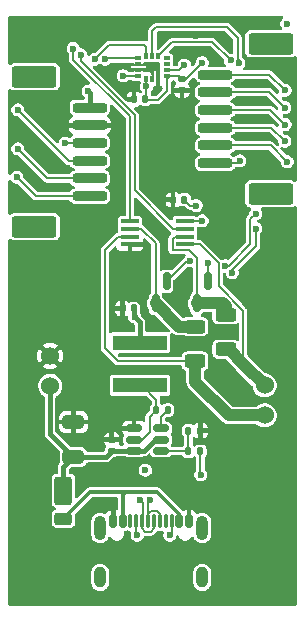
<source format=gbr>
%TF.GenerationSoftware,KiCad,Pcbnew,9.0.5*%
%TF.CreationDate,2025-11-05T18:30:54-05:00*%
%TF.ProjectId,flight-computer,666c6967-6874-42d6-936f-6d7075746572,rev?*%
%TF.SameCoordinates,Original*%
%TF.FileFunction,Copper,L1,Top*%
%TF.FilePolarity,Positive*%
%FSLAX46Y46*%
G04 Gerber Fmt 4.6, Leading zero omitted, Abs format (unit mm)*
G04 Created by KiCad (PCBNEW 9.0.5) date 2025-11-05 18:30:54*
%MOMM*%
%LPD*%
G01*
G04 APERTURE LIST*
G04 Aperture macros list*
%AMRoundRect*
0 Rectangle with rounded corners*
0 $1 Rounding radius*
0 $2 $3 $4 $5 $6 $7 $8 $9 X,Y pos of 4 corners*
0 Add a 4 corners polygon primitive as box body*
4,1,4,$2,$3,$4,$5,$6,$7,$8,$9,$2,$3,0*
0 Add four circle primitives for the rounded corners*
1,1,$1+$1,$2,$3*
1,1,$1+$1,$4,$5*
1,1,$1+$1,$6,$7*
1,1,$1+$1,$8,$9*
0 Add four rect primitives between the rounded corners*
20,1,$1+$1,$2,$3,$4,$5,0*
20,1,$1+$1,$4,$5,$6,$7,0*
20,1,$1+$1,$6,$7,$8,$9,0*
20,1,$1+$1,$8,$9,$2,$3,0*%
G04 Aperture macros list end*
%TA.AperFunction,SMDPad,CuDef*%
%ADD10RoundRect,0.150000X-0.150000X0.587500X-0.150000X-0.587500X0.150000X-0.587500X0.150000X0.587500X0*%
%TD*%
%TA.AperFunction,ComponentPad*%
%ADD11C,1.524000*%
%TD*%
%TA.AperFunction,SMDPad,CuDef*%
%ADD12RoundRect,0.250000X-1.650000X0.650000X-1.650000X-0.650000X1.650000X-0.650000X1.650000X0.650000X0*%
%TD*%
%TA.AperFunction,SMDPad,CuDef*%
%ADD13RoundRect,0.200000X-1.250000X0.200000X-1.250000X-0.200000X1.250000X-0.200000X1.250000X0.200000X0*%
%TD*%
%TA.AperFunction,SMDPad,CuDef*%
%ADD14RoundRect,0.250000X1.650000X-0.650000X1.650000X0.650000X-1.650000X0.650000X-1.650000X-0.650000X0*%
%TD*%
%TA.AperFunction,SMDPad,CuDef*%
%ADD15RoundRect,0.200000X1.250000X-0.200000X1.250000X0.200000X-1.250000X0.200000X-1.250000X-0.200000X0*%
%TD*%
%TA.AperFunction,HeatsinkPad*%
%ADD16O,1.000000X1.800000*%
%TD*%
%TA.AperFunction,HeatsinkPad*%
%ADD17O,1.000000X2.100000*%
%TD*%
%TA.AperFunction,SMDPad,CuDef*%
%ADD18RoundRect,0.150000X-0.150000X-0.425000X0.150000X-0.425000X0.150000X0.425000X-0.150000X0.425000X0*%
%TD*%
%TA.AperFunction,SMDPad,CuDef*%
%ADD19RoundRect,0.075000X-0.075000X-0.500000X0.075000X-0.500000X0.075000X0.500000X-0.075000X0.500000X0*%
%TD*%
%TA.AperFunction,ComponentPad*%
%ADD20C,3.800000*%
%TD*%
%TA.AperFunction,SMDPad,CuDef*%
%ADD21RoundRect,0.135000X-0.135000X-0.185000X0.135000X-0.185000X0.135000X0.185000X-0.135000X0.185000X0*%
%TD*%
%TA.AperFunction,SMDPad,CuDef*%
%ADD22RoundRect,0.250000X-0.625000X0.312500X-0.625000X-0.312500X0.625000X-0.312500X0.625000X0.312500X0*%
%TD*%
%TA.AperFunction,SMDPad,CuDef*%
%ADD23RoundRect,0.140000X0.140000X0.170000X-0.140000X0.170000X-0.140000X-0.170000X0.140000X-0.170000X0*%
%TD*%
%TA.AperFunction,SMDPad,CuDef*%
%ADD24R,1.536700X0.431800*%
%TD*%
%TA.AperFunction,SMDPad,CuDef*%
%ADD25RoundRect,0.140000X-0.140000X-0.170000X0.140000X-0.170000X0.140000X0.170000X-0.140000X0.170000X0*%
%TD*%
%TA.AperFunction,SMDPad,CuDef*%
%ADD26RoundRect,0.250000X0.625000X-0.312500X0.625000X0.312500X-0.625000X0.312500X-0.625000X-0.312500X0*%
%TD*%
%TA.AperFunction,SMDPad,CuDef*%
%ADD27R,0.351536X0.576580*%
%TD*%
%TA.AperFunction,SMDPad,CuDef*%
%ADD28R,0.576580X0.351536*%
%TD*%
%TA.AperFunction,SMDPad,CuDef*%
%ADD29RoundRect,0.250000X0.500000X-0.275000X0.500000X0.275000X-0.500000X0.275000X-0.500000X-0.275000X0*%
%TD*%
%TA.AperFunction,SMDPad,CuDef*%
%ADD30RoundRect,0.250000X0.500000X-0.950000X0.500000X0.950000X-0.500000X0.950000X-0.500000X-0.950000X0*%
%TD*%
%TA.AperFunction,SMDPad,CuDef*%
%ADD31RoundRect,0.140000X-0.170000X0.140000X-0.170000X-0.140000X0.170000X-0.140000X0.170000X0.140000X0*%
%TD*%
%TA.AperFunction,SMDPad,CuDef*%
%ADD32RoundRect,0.250000X0.650000X-0.325000X0.650000X0.325000X-0.650000X0.325000X-0.650000X-0.325000X0*%
%TD*%
%TA.AperFunction,SMDPad,CuDef*%
%ADD33R,4.597400X1.295400*%
%TD*%
%TA.AperFunction,SMDPad,CuDef*%
%ADD34RoundRect,0.140000X0.170000X-0.140000X0.170000X0.140000X-0.170000X0.140000X-0.170000X-0.140000X0*%
%TD*%
%TA.AperFunction,SMDPad,CuDef*%
%ADD35RoundRect,0.135000X0.135000X0.185000X-0.135000X0.185000X-0.135000X-0.185000X0.135000X-0.185000X0*%
%TD*%
%TA.AperFunction,HeatsinkPad*%
%ADD36C,0.600000*%
%TD*%
%TA.AperFunction,SMDPad,CuDef*%
%ADD37RoundRect,0.150000X-0.512500X-0.150000X0.512500X-0.150000X0.512500X0.150000X-0.512500X0.150000X0*%
%TD*%
%TA.AperFunction,ViaPad*%
%ADD38C,0.600000*%
%TD*%
%TA.AperFunction,Conductor*%
%ADD39C,0.200000*%
%TD*%
%TA.AperFunction,Conductor*%
%ADD40C,1.000000*%
%TD*%
%TA.AperFunction,Conductor*%
%ADD41C,0.400000*%
%TD*%
%TA.AperFunction,Conductor*%
%ADD42C,0.300000*%
%TD*%
G04 APERTURE END LIST*
D10*
%TO.P,Q1,3,D*%
%TO.N,Net-(Q1-D)*%
X148531895Y-104121555D03*
%TO.P,Q1,2,S*%
%TO.N,GND*%
X147581895Y-102246555D03*
%TO.P,Q1,1,G*%
%TO.N,Remote Start 1*%
X149481895Y-102246555D03*
%TD*%
D11*
%TO.P,J6,2,Pin_2*%
%TO.N,Net-(J6-Pin_2)*%
X154281895Y-111071655D03*
%TO.P,J6,1,Pin_1*%
%TO.N,Net-(J6-Pin_1)*%
X154281895Y-113611655D03*
%TD*%
%TO.P,J3,2,Pin_2*%
%TO.N,VBUS*%
X136106895Y-111111555D03*
%TO.P,J3,1,Pin_1*%
%TO.N,GND*%
X136106895Y-108571555D03*
%TD*%
D12*
%TO.P,J1,MP*%
%TO.N,N/C*%
X134781895Y-97646555D03*
X134781895Y-84946555D03*
D13*
%TO.P,J1,6,Pin_6*%
%TO.N,Net-(J1-Pin_6)*%
X139481895Y-95046555D03*
%TO.P,J1,5,Pin_5*%
%TO.N,Net-(J1-Pin_5)*%
X139481895Y-93546555D03*
%TO.P,J1,4,Pin_4*%
%TO.N,Net-(J1-Pin_4)*%
X139481895Y-92046555D03*
%TO.P,J1,3,Pin_3*%
%TO.N,FIN_DRDY*%
X139481895Y-90546555D03*
%TO.P,J1,2,Pin_2*%
%TO.N,GND*%
X139481895Y-89046555D03*
%TO.P,J1,1,Pin_1*%
%TO.N,+3.3V*%
X139481895Y-87546555D03*
%TD*%
D14*
%TO.P,J2,MP*%
%TO.N,N/C*%
X154781895Y-82146555D03*
X154781895Y-94846555D03*
D15*
%TO.P,J2,6,Pin_6*%
%TO.N,Net-(J2-Pin_6)*%
X150081895Y-84746555D03*
%TO.P,J2,5,Pin_5*%
%TO.N,Net-(J2-Pin_5)*%
X150081895Y-86246555D03*
%TO.P,J2,4,Pin_4*%
%TO.N,Net-(J2-Pin_4)*%
X150081895Y-87746555D03*
%TO.P,J2,3,Pin_3*%
%TO.N,Net-(J2-Pin_3)*%
X150081895Y-89246555D03*
%TO.P,J2,2,Pin_2*%
%TO.N,Net-(J2-Pin_2)*%
X150081895Y-90746555D03*
%TO.P,J2,1,Pin_1*%
%TO.N,FIN_RST*%
X150081895Y-92246555D03*
%TD*%
D16*
%TO.P,J5,S1,SHIELD*%
%TO.N,unconnected-(J5-SHIELD-PadS1)_3*%
X148981895Y-127321555D03*
D17*
%TO.N,unconnected-(J5-SHIELD-PadS1)_2*%
X148981895Y-123141555D03*
D16*
%TO.N,unconnected-(J5-SHIELD-PadS1)_1*%
X140341895Y-127321555D03*
D17*
%TO.N,unconnected-(J5-SHIELD-PadS1)*%
X140341895Y-123141555D03*
D18*
%TO.P,J5,B12,GND*%
%TO.N,GND*%
X141461895Y-122566555D03*
%TO.P,J5,B9,VBUS*%
%TO.N,Net-(D1-A)*%
X142261895Y-122566555D03*
D19*
%TO.P,J5,B8,SBU2*%
%TO.N,unconnected-(J5-SBU2-PadB8)*%
X142911895Y-122566555D03*
%TO.P,J5,B7,D-*%
%TO.N,USB_D-*%
X143911895Y-122566555D03*
%TO.P,J5,B6,D+*%
%TO.N,USB_D+*%
X145411895Y-122566555D03*
%TO.P,J5,B5,CC2*%
%TO.N,Net-(J5-CC2)*%
X146411895Y-122566555D03*
D18*
%TO.P,J5,B4,VBUS*%
%TO.N,Net-(D1-A)*%
X147061895Y-122566555D03*
%TO.P,J5,B1,GND*%
%TO.N,GND*%
X147861895Y-122566555D03*
%TO.P,J5,A12,GND*%
X147861895Y-122566555D03*
%TO.P,J5,A9,VBUS*%
%TO.N,Net-(D1-A)*%
X147061895Y-122566555D03*
D19*
%TO.P,J5,A8,SBU1*%
%TO.N,unconnected-(J5-SBU1-PadA8)*%
X145911895Y-122566555D03*
%TO.P,J5,A7,D-*%
%TO.N,USB_D-*%
X144911895Y-122566555D03*
%TO.P,J5,A6,D+*%
%TO.N,USB_D+*%
X144411895Y-122566555D03*
%TO.P,J5,A5,CC1*%
%TO.N,Net-(J5-CC1)*%
X143411895Y-122566555D03*
D18*
%TO.P,J5,A4,VBUS*%
%TO.N,Net-(D1-A)*%
X142261895Y-122566555D03*
%TO.P,J5,A1,GND*%
%TO.N,GND*%
X141461895Y-122566555D03*
%TD*%
D20*
%TO.P,H2,1,1*%
%TO.N,GND*%
X153982000Y-103200000D03*
%TD*%
D21*
%TO.P,R3,2*%
%TO.N,GND*%
X148836895Y-114901555D03*
%TO.P,R3,1*%
%TO.N,Net-(U1-FB)*%
X147816895Y-114901555D03*
%TD*%
D22*
%TO.P,R10,2*%
%TO.N,Net-(J6-Pin_2)*%
X150981895Y-108009055D03*
%TO.P,R10,1*%
%TO.N,Net-(Q1-D)*%
X150981895Y-105084055D03*
%TD*%
D23*
%TO.P,C7,2*%
%TO.N,GND*%
X143201895Y-86846555D03*
%TO.P,C7,1*%
%TO.N,+3.3V*%
X144161895Y-86846555D03*
%TD*%
D20*
%TO.P,H4,1,1*%
%TO.N,GND*%
X153982000Y-126450000D03*
%TD*%
D24*
%TO.P,U4,8,VS*%
%TO.N,+3.3V*%
X147499645Y-97171556D03*
%TO.P,U4,7,OUT2*%
%TO.N,IMP_OUT2*%
X147499645Y-97821554D03*
%TO.P,U4,6,IN-2*%
%TO.N,Net-(Q1-D)*%
X147499645Y-98471556D03*
%TO.P,U4,5,IN+2*%
%TO.N,Net-(J6-Pin_2)*%
X147499645Y-99121554D03*
%TO.P,U4,4,GND*%
%TO.N,GND*%
X142864145Y-99121554D03*
%TO.P,U4,3,IN+1*%
%TO.N,Net-(J6-Pin_1)*%
X142864145Y-98471556D03*
%TO.P,U4,2,IN-1*%
%TO.N,Net-(Q2-D)*%
X142864145Y-97821554D03*
%TO.P,U4,1,OUT1*%
%TO.N,IMP_OUT1*%
X142864145Y-97171556D03*
%TD*%
D25*
%TO.P,C9,2*%
%TO.N,+3.3V*%
X147481895Y-95346555D03*
%TO.P,C9,1*%
%TO.N,GND*%
X146521895Y-95346555D03*
%TD*%
D23*
%TO.P,C4,2*%
%TO.N,Net-(U1-SW)*%
X145096895Y-113151555D03*
%TO.P,C4,1*%
%TO.N,Net-(U1-CB)*%
X146056895Y-113151555D03*
%TD*%
D20*
%TO.P,H1,1,1*%
%TO.N,GND*%
X135582000Y-103200000D03*
%TD*%
D26*
%TO.P,R9,2*%
%TO.N,Net-(Q2-D)*%
X148381895Y-106084055D03*
%TO.P,R9,1*%
%TO.N,Net-(J6-Pin_1)*%
X148381895Y-109009055D03*
%TD*%
D27*
%TO.P,U3,14,SDA*%
%TO.N,LSM_MOSI*%
X144267601Y-83183955D03*
%TO.P,U3,13,SCL*%
%TO.N,LSM_SCK*%
X144767600Y-83183955D03*
%TO.P,U3,12,CS*%
%TO.N,LSM_CS*%
X145267599Y-83183955D03*
D28*
%TO.P,U3,11,NC*%
%TO.N,unconnected-(U3-NC-Pad11)*%
X145977900Y-83390254D03*
%TO.P,U3,10,NC*%
%TO.N,unconnected-(U3-NC-Pad10)*%
X145977900Y-83890255D03*
%TO.P,U3,9,INT2*%
%TO.N,LSM_INT2*%
X145977900Y-84390255D03*
%TO.P,U3,8,VDD*%
%TO.N,+3.3V*%
X145977900Y-84890256D03*
D27*
%TO.P,U3,7,GND*%
%TO.N,GND*%
X145267599Y-85096555D03*
%TO.P,U3,6,GND*%
X144767600Y-85096555D03*
%TO.P,U3,5,VDDIO*%
%TO.N,+3.3V*%
X144267601Y-85096555D03*
D28*
%TO.P,U3,4,INT1*%
%TO.N,LSM_INT1*%
X143557300Y-84890256D03*
%TO.P,U3,3,SCx*%
%TO.N,GND*%
X143557300Y-84390255D03*
%TO.P,U3,2,SDx*%
X143557300Y-83890255D03*
%TO.P,U3,1,SDO/SA0*%
%TO.N,LSM_MISO*%
X143557300Y-83390254D03*
%TD*%
D29*
%TO.P,D1,2,A*%
%TO.N,Net-(D1-A)*%
X137231895Y-122371555D03*
D30*
%TO.P,D1,1,K*%
%TO.N,VBUS*%
X137231895Y-119996555D03*
%TD*%
D31*
%TO.P,C8,2*%
%TO.N,GND*%
X147281895Y-86073110D03*
%TO.P,C8,1*%
%TO.N,+3.3V*%
X147281895Y-85113110D03*
%TD*%
D20*
%TO.P,H3,1,1*%
%TO.N,GND*%
X135582000Y-126450000D03*
%TD*%
D32*
%TO.P,C1,2*%
%TO.N,GND*%
X138076895Y-114176555D03*
%TO.P,C1,1*%
%TO.N,VBUS*%
X138076895Y-117126555D03*
%TD*%
D33*
%TO.P,L1,2,2*%
%TO.N,+3.3V*%
X143731895Y-107444255D03*
%TO.P,L1,1,1*%
%TO.N,Net-(U1-SW)*%
X143731895Y-111048855D03*
%TD*%
D34*
%TO.P,C2,2*%
%TO.N,GND*%
X141326895Y-115651555D03*
%TO.P,C2,1*%
%TO.N,VBUS*%
X141326895Y-116611555D03*
%TD*%
D23*
%TO.P,C6,2*%
%TO.N,GND*%
X142247129Y-104551234D03*
%TO.P,C6,1*%
%TO.N,+3.3V*%
X143207129Y-104551234D03*
%TD*%
D35*
%TO.P,R2,2*%
%TO.N,Net-(U1-FB)*%
X147816895Y-116651555D03*
%TO.P,R2,1*%
%TO.N,+3.3V*%
X148836895Y-116651555D03*
%TD*%
D36*
%TO.P,U2,41,GND*%
%TO.N,GND*%
X144867600Y-88300000D03*
X144867600Y-89700000D03*
X145567600Y-87600000D03*
X145567600Y-89000000D03*
X145567600Y-90400000D03*
X146267600Y-88300000D03*
X146267600Y-89700000D03*
X146967600Y-87600000D03*
X146967600Y-89000000D03*
X146967600Y-90400000D03*
X147667600Y-88300000D03*
X147667600Y-89700000D03*
%TD*%
D10*
%TO.P,Q2,3,D*%
%TO.N,Net-(Q2-D)*%
X145031895Y-104121555D03*
%TO.P,Q2,2,S*%
%TO.N,GND*%
X144081895Y-102246555D03*
%TO.P,Q2,1,G*%
%TO.N,Remote Start 2*%
X145981895Y-102246555D03*
%TD*%
D37*
%TO.P,U1,6,CB*%
%TO.N,Net-(U1-CB)*%
X145495000Y-114705000D03*
%TO.P,U1,5,EN*%
%TO.N,VBUS*%
X145495000Y-115655000D03*
%TO.P,U1,4,FB*%
%TO.N,Net-(U1-FB)*%
X145495000Y-116605000D03*
%TO.P,U1,3,VIN*%
%TO.N,VBUS*%
X143220000Y-116605000D03*
%TO.P,U1,2,SW*%
%TO.N,Net-(U1-SW)*%
X143220000Y-115655000D03*
%TO.P,U1,1,GND*%
%TO.N,GND*%
X143220000Y-114705000D03*
%TD*%
D38*
%TO.N,GND*%
X155281895Y-84346555D03*
X156581895Y-84246555D03*
%TO.N,+3.3V*%
X156161895Y-80446555D03*
%TO.N,GND*%
X146981895Y-103546555D03*
X134481895Y-90946555D03*
X144781895Y-97346555D03*
X148481895Y-81446555D03*
%TO.N,+3.3V*%
X148981895Y-83746555D03*
%TO.N,GND*%
X148181895Y-82746555D03*
%TO.N,+3.3V*%
X148881895Y-118646555D03*
%TO.N,GND*%
X142981895Y-109746555D03*
%TO.N,+3.3V*%
X143256895Y-105246555D03*
%TO.N,GND*%
X142981895Y-102246555D03*
X144981895Y-109746555D03*
X137981895Y-85246555D03*
X152250362Y-90043964D03*
X152223613Y-85524835D03*
X152250801Y-87060929D03*
X152250801Y-88556242D03*
X141481895Y-105246555D03*
%TO.N,+3.3V*%
X144267601Y-85746555D03*
%TO.N,GND*%
X147231895Y-107746555D03*
X147281895Y-104546555D03*
X153981895Y-80146555D03*
X148731895Y-113996555D03*
X144999494Y-86343110D03*
X147231895Y-113996555D03*
X141481895Y-101246555D03*
X148231895Y-121246555D03*
X141481895Y-121246555D03*
%TO.N,+3.3V*%
X139331895Y-86146555D03*
X148481895Y-95846555D03*
X144181895Y-118246555D03*
X148981895Y-97146555D03*
%TO.N,USB_D-*%
X143736895Y-120746555D03*
%TO.N,USB_D+*%
X144586895Y-120746555D03*
%TO.N,Net-(J5-CC2)*%
X146231895Y-123746555D03*
%TO.N,Remote Start 1*%
X149481895Y-100746555D03*
%TO.N,Remote Start 2*%
X147981895Y-100496555D03*
%TO.N,Net-(J5-CC1)*%
X143481895Y-123746555D03*
%TO.N,Net-(J1-Pin_6)*%
X133281895Y-93446555D03*
%TO.N,LSM_CS*%
X151381895Y-83546555D03*
%TO.N,LSM_MISO*%
X140781895Y-83446555D03*
%TO.N,LSM_INT2*%
X147481895Y-83946555D03*
%TO.N,LSM_INT1*%
X142281895Y-84846555D03*
%TO.N,LSM_MOSI*%
X139881895Y-83446555D03*
%TO.N,FIN_DRDY*%
X137381895Y-90546555D03*
%TO.N,FIN_RST*%
X152181895Y-92046555D03*
%TO.N,LSM_SCK*%
X152093410Y-83783727D03*
%TO.N,Net-(J1-Pin_4)*%
X133381895Y-87746555D03*
%TO.N,Net-(J2-Pin_2)*%
X156181895Y-92146555D03*
%TO.N,IMP_OUT1*%
X138081895Y-82546555D03*
%TO.N,IMP_OUT2*%
X138681895Y-83089449D03*
%TO.N,Net-(J1-Pin_5)*%
X133381895Y-91046555D03*
%TO.N,Net-(J2-Pin_6)*%
X155997193Y-86078955D03*
%TO.N,Net-(J2-Pin_4)*%
X155997193Y-88978955D03*
%TO.N,Net-(J2-Pin_3)*%
X155981549Y-90380854D03*
%TO.N,Net-(J2-Pin_5)*%
X155981895Y-87546555D03*
%TO.N,USB_D-*%
X150931374Y-100946034D03*
%TO.N,USB_D+*%
X151532416Y-101547076D03*
%TO.N,USB_D-*%
X153517600Y-96520000D03*
%TO.N,USB_D+*%
X153517600Y-97790000D03*
%TD*%
D39*
%TO.N,Net-(J2-Pin_3)*%
X155981549Y-90380854D02*
X154847250Y-89246555D01*
X154847250Y-89246555D02*
X150081895Y-89246555D01*
%TO.N,Net-(J2-Pin_4)*%
X155997193Y-88978955D02*
X154764793Y-87746555D01*
X154764793Y-87746555D02*
X150081895Y-87746555D01*
%TO.N,Net-(J2-Pin_5)*%
X155981895Y-87546555D02*
X154681895Y-86246555D01*
X154681895Y-86246555D02*
X150081895Y-86246555D01*
%TO.N,Net-(J2-Pin_6)*%
X155997193Y-86078955D02*
X154664793Y-84746555D01*
X154664793Y-84746555D02*
X150081895Y-84746555D01*
%TO.N,LSM_CS*%
X145267599Y-83183955D02*
X146453999Y-81997555D01*
X146453999Y-81997555D02*
X149832895Y-81997555D01*
X149832895Y-81997555D02*
X151381895Y-83546555D01*
%TO.N,LSM_SCK*%
X144767600Y-83183955D02*
X144767600Y-81060850D01*
X144767600Y-81060850D02*
X145081895Y-80746555D01*
X151081895Y-80746555D02*
X145081895Y-80746555D01*
X152093410Y-83783727D02*
X152093410Y-83522367D01*
X152093410Y-83522367D02*
X151981895Y-83410852D01*
X151981895Y-83410852D02*
X151981895Y-81646555D01*
X151981895Y-81646555D02*
X151081895Y-80746555D01*
%TO.N,+3.3V*%
X147615340Y-85113110D02*
X148981895Y-83746555D01*
X147281895Y-85113110D02*
X147615340Y-85113110D01*
X148836895Y-118601555D02*
X148881895Y-118646555D01*
X148836895Y-116651555D02*
X148836895Y-118601555D01*
%TO.N,Net-(J6-Pin_2)*%
X147499645Y-99121554D02*
X148784126Y-99121554D01*
X152469345Y-104734005D02*
X152469345Y-109259105D01*
X148784126Y-99121554D02*
X150380374Y-100717802D01*
X150380374Y-100717802D02*
X150380374Y-102645034D01*
X150380374Y-102645034D02*
X152469345Y-104734005D01*
%TO.N,+3.3V*%
X144267601Y-85746555D02*
X144267601Y-86740849D01*
D40*
%TO.N,Net-(J6-Pin_2)*%
X152469345Y-109259105D02*
X154281895Y-111071655D01*
X150981895Y-108009055D02*
X151219295Y-108009055D01*
X151219295Y-108009055D02*
X152469345Y-109259105D01*
D41*
%TO.N,VBUS*%
X144973450Y-115655000D02*
X144023450Y-116605000D01*
X138076895Y-117126555D02*
X136106895Y-115156555D01*
X143213445Y-116611555D02*
X143220000Y-116605000D01*
X138076895Y-117126555D02*
X140811895Y-117126555D01*
X145495000Y-115655000D02*
X144973450Y-115655000D01*
X137231895Y-117971555D02*
X138076895Y-117126555D01*
X140811895Y-117126555D02*
X141326895Y-116611555D01*
X144023450Y-116605000D02*
X143220000Y-116605000D01*
X137231895Y-119996555D02*
X137231895Y-117971555D01*
X136106895Y-115156555D02*
X136106895Y-111111555D01*
X141326895Y-116611555D02*
X143213445Y-116611555D01*
D39*
%TO.N,GND*%
X147861895Y-121616555D02*
X148231895Y-121246555D01*
X147861895Y-122566555D02*
X147861895Y-121616555D01*
X141461895Y-121266555D02*
X141481895Y-121246555D01*
X148836895Y-114901555D02*
X148836895Y-114101555D01*
X141461895Y-122566555D02*
X141461895Y-121266555D01*
X148836895Y-114101555D02*
X148731895Y-113996555D01*
%TO.N,Net-(U1-CB)*%
X145495000Y-113713450D02*
X146056895Y-113151555D01*
X145495000Y-114705000D02*
X145495000Y-113713450D01*
%TO.N,Net-(U1-SW)*%
X144531500Y-113716950D02*
X145096895Y-113151555D01*
X145096895Y-112266555D02*
X145096895Y-113151555D01*
X143882499Y-115655000D02*
X144531500Y-115005999D01*
X143731895Y-110901555D02*
X145096895Y-112266555D01*
X143220000Y-115655000D02*
X143882499Y-115655000D01*
X144531500Y-115005999D02*
X144531500Y-113716950D01*
%TO.N,+3.3V*%
X147481895Y-95346555D02*
X147981895Y-95846555D01*
X146159199Y-85071555D02*
X145977900Y-84890256D01*
X145227726Y-86894110D02*
X145977900Y-86143936D01*
X145977900Y-86143936D02*
X145977900Y-84890256D01*
X144267601Y-85096555D02*
X144267601Y-85746555D01*
X144161895Y-86846555D02*
X144209450Y-86894110D01*
X147499645Y-97171556D02*
X148956894Y-97171556D01*
D41*
X139481895Y-86296555D02*
X139331895Y-86146555D01*
D39*
X148956894Y-97171556D02*
X148981895Y-97146555D01*
X147059041Y-84890256D02*
X147281895Y-85113110D01*
X144267601Y-86740849D02*
X144161895Y-86846555D01*
X144209450Y-86894110D02*
X145227726Y-86894110D01*
X147981895Y-95846555D02*
X148481895Y-95846555D01*
X145977900Y-84890256D02*
X147059041Y-84890256D01*
D41*
X139481895Y-87546555D02*
X139481895Y-86296555D01*
D42*
%TO.N,Net-(D1-A)*%
X139507895Y-120095555D02*
X142481895Y-120095555D01*
X147061895Y-122566555D02*
X147061895Y-121991556D01*
X142481895Y-120095555D02*
X143467241Y-120095555D01*
X142261895Y-120315555D02*
X142481895Y-120095555D01*
X145165894Y-120095555D02*
X143467241Y-120095555D01*
X142261895Y-122566555D02*
X142261895Y-120315555D01*
X137231895Y-122371555D02*
X139507895Y-120095555D01*
X147061895Y-121991556D02*
X145165894Y-120095555D01*
D39*
%TO.N,USB_D-*%
X144911895Y-123175379D02*
X144644719Y-123442555D01*
X144644719Y-123442555D02*
X144179071Y-123442555D01*
X143936894Y-122541556D02*
X143936894Y-120946554D01*
X144911895Y-122566555D02*
X144911895Y-123175379D01*
X143936894Y-120946554D02*
X143736895Y-120746555D01*
X143911895Y-122566555D02*
X143936894Y-122541556D01*
X144179071Y-123442555D02*
X143911895Y-123175379D01*
X143911895Y-123175379D02*
X143911895Y-122566555D01*
%TO.N,USB_D+*%
X144411895Y-121957731D02*
X144679071Y-121690555D01*
X144411895Y-122566555D02*
X144386896Y-122541556D01*
X144386896Y-120946554D02*
X144586895Y-120746555D01*
X145144719Y-121690555D02*
X145411895Y-121957731D01*
X144411895Y-122566555D02*
X144411895Y-121957731D01*
X145411895Y-121957731D02*
X145411895Y-122566555D01*
X144679071Y-121690555D02*
X145144719Y-121690555D01*
X144386896Y-122541556D02*
X144386896Y-120946554D01*
%TO.N,Net-(J5-CC2)*%
X146411895Y-123566555D02*
X146231895Y-123746555D01*
X146411895Y-122566555D02*
X146411895Y-123566555D01*
%TO.N,Remote Start 1*%
X149481895Y-102246555D02*
X149481895Y-100746555D01*
%TO.N,Remote Start 2*%
X147731895Y-100496555D02*
X147981895Y-100496555D01*
X145981895Y-102246555D02*
X147731895Y-100496555D01*
%TO.N,Net-(U1-FB)*%
X145495000Y-116605000D02*
X147770340Y-116605000D01*
X147816895Y-114901555D02*
X147816895Y-116651555D01*
X147770340Y-116605000D02*
X147816895Y-116651555D01*
%TO.N,Net-(J5-CC1)*%
X143411895Y-122566555D02*
X143411895Y-123676555D01*
X143411895Y-123676555D02*
X143481895Y-123746555D01*
%TO.N,Net-(J1-Pin_6)*%
X139481895Y-95046555D02*
X134881895Y-95046555D01*
X134881895Y-95046555D02*
X133281895Y-93446555D01*
%TO.N,LSM_MISO*%
X140838196Y-83390254D02*
X140781895Y-83446555D01*
X143557300Y-83390254D02*
X140838196Y-83390254D01*
%TO.N,LSM_INT2*%
X145977900Y-84390255D02*
X147038195Y-84390255D01*
X147038195Y-84390255D02*
X147481895Y-83946555D01*
%TO.N,LSM_INT1*%
X143557300Y-84890256D02*
X142325596Y-84890256D01*
X142325596Y-84890256D02*
X142281895Y-84846555D01*
%TO.N,LSM_MOSI*%
X144267601Y-83183955D02*
X144267601Y-82432261D01*
X144081895Y-82246555D02*
X141081895Y-82246555D01*
X139881895Y-83446555D02*
X139781895Y-83546555D01*
X141081895Y-82246555D02*
X139881895Y-83446555D01*
X144267601Y-82432261D02*
X144081895Y-82246555D01*
%TO.N,FIN_DRDY*%
X137381895Y-90546555D02*
X139481895Y-90546555D01*
%TO.N,FIN_RST*%
X151981895Y-92246555D02*
X150081895Y-92246555D01*
X152181895Y-92046555D02*
X151981895Y-92246555D01*
%TO.N,Net-(J6-Pin_2)*%
X154056895Y-111071555D02*
X153981895Y-111146555D01*
%TO.N,Net-(J6-Pin_1)*%
X141895795Y-98471556D02*
X140730895Y-99636456D01*
X140730895Y-107891655D02*
X141848295Y-109009055D01*
X142864145Y-98471556D02*
X141895795Y-98471556D01*
X140730895Y-99636456D02*
X140730895Y-107891655D01*
D40*
X151246995Y-113611655D02*
X154281895Y-113611655D01*
X148381895Y-110746555D02*
X151246995Y-113611655D01*
D39*
X141848295Y-109009055D02*
X148381895Y-109009055D01*
D40*
X148381895Y-109009055D02*
X148381895Y-110746555D01*
D39*
%TO.N,Net-(J1-Pin_4)*%
X139481895Y-92046555D02*
X137681895Y-92046555D01*
X137681895Y-92046555D02*
X133381895Y-87746555D01*
%TO.N,Net-(J2-Pin_2)*%
X150081895Y-90746555D02*
X154781895Y-90746555D01*
X154781895Y-90746555D02*
X156181895Y-92146555D01*
%TO.N,IMP_OUT1*%
X142864145Y-88299515D02*
X138081895Y-83517265D01*
X138081895Y-83517265D02*
X138081895Y-82546555D01*
X142864145Y-97171556D02*
X142864145Y-88299515D01*
%TO.N,IMP_OUT2*%
X146531295Y-97821554D02*
X147499645Y-97821554D01*
X143265145Y-88204127D02*
X143265145Y-94555404D01*
X138681895Y-83089449D02*
X138681895Y-83620877D01*
X143265145Y-94555404D02*
X146531295Y-97821554D01*
X138681895Y-83620877D02*
X143265145Y-88204127D01*
D40*
%TO.N,Net-(Q1-D)*%
X148531895Y-104121555D02*
X150756895Y-104121555D01*
D39*
X146480295Y-99588454D02*
X147853026Y-99588454D01*
X146663393Y-98471556D02*
X146480295Y-98654654D01*
X146480295Y-98654654D02*
X146480295Y-99588454D01*
D40*
X150981895Y-104346555D02*
X150981895Y-105084055D01*
D39*
X147853026Y-99588454D02*
X148531895Y-100267323D01*
X148531895Y-100267323D02*
X148531895Y-104121555D01*
X147499645Y-98471556D02*
X146663393Y-98471556D01*
D40*
X150756895Y-104121555D02*
X150981895Y-104346555D01*
D39*
%TO.N,Net-(Q2-D)*%
X145031895Y-99020954D02*
X145031895Y-104121555D01*
D40*
X145031895Y-104121555D02*
X146994395Y-106084055D01*
X146994395Y-106084055D02*
X148381895Y-106084055D01*
D39*
X142864145Y-97821554D02*
X143832495Y-97821554D01*
X143832495Y-97821554D02*
X145031895Y-99020954D01*
%TO.N,Net-(J1-Pin_5)*%
X135881895Y-93546555D02*
X133381895Y-91046555D01*
X139481895Y-93546555D02*
X135881895Y-93546555D01*
D41*
%TO.N,+3.3V*%
X143731895Y-105721555D02*
X143256895Y-105246555D01*
X143731895Y-107444255D02*
X143731895Y-105721555D01*
X143207129Y-105196789D02*
X143256895Y-105246555D01*
X143207129Y-104551234D02*
X143207129Y-105196789D01*
D39*
%TO.N,USB_D+*%
X151532416Y-101547076D02*
X151532416Y-101264233D01*
X153517600Y-99279049D02*
X153517600Y-97790000D01*
X151532416Y-101264233D02*
X153517600Y-99279049D01*
%TO.N,USB_D-*%
X153067600Y-99092651D02*
X153067600Y-96970000D01*
X150931374Y-100946034D02*
X151214217Y-100946034D01*
X151214217Y-100946034D02*
X153067600Y-99092651D01*
X153067600Y-96970000D02*
X153517600Y-96520000D01*
%TD*%
%TA.AperFunction,Conductor*%
%TO.N,GND*%
G36*
X155807603Y-79809685D02*
G01*
X155853358Y-79862489D01*
X155863302Y-79931647D01*
X155834277Y-79995203D01*
X155828245Y-80001681D01*
X155721388Y-80108537D01*
X155721383Y-80108543D01*
X155648912Y-80234066D01*
X155648911Y-80234070D01*
X155611395Y-80374080D01*
X155611395Y-80519030D01*
X155648911Y-80659040D01*
X155648912Y-80659043D01*
X155721383Y-80784566D01*
X155726333Y-80791016D01*
X155725264Y-80791835D01*
X155754675Y-80845697D01*
X155749691Y-80915389D01*
X155707819Y-80971322D01*
X155642355Y-80995739D01*
X155633509Y-80996055D01*
X153084024Y-80996055D01*
X153084018Y-80996056D01*
X153024411Y-81002463D01*
X152889566Y-81052757D01*
X152889559Y-81052761D01*
X152774350Y-81139007D01*
X152774347Y-81139010D01*
X152688101Y-81254219D01*
X152688097Y-81254226D01*
X152637803Y-81389072D01*
X152631396Y-81448671D01*
X152631395Y-81448690D01*
X152631395Y-82844425D01*
X152631396Y-82844431D01*
X152637803Y-82904038D01*
X152688097Y-83038883D01*
X152688101Y-83038890D01*
X152774347Y-83154099D01*
X152774350Y-83154102D01*
X152889559Y-83240348D01*
X152889566Y-83240352D01*
X153024412Y-83290646D01*
X153024411Y-83290646D01*
X153031339Y-83291390D01*
X153084022Y-83297055D01*
X156479767Y-83297054D01*
X156539378Y-83290646D01*
X156674226Y-83240351D01*
X156781191Y-83160276D01*
X156846652Y-83135860D01*
X156914925Y-83150711D01*
X156964331Y-83200116D01*
X156979500Y-83259544D01*
X156979500Y-93733565D01*
X156959815Y-93800604D01*
X156907011Y-93846359D01*
X156837853Y-93856303D01*
X156781189Y-93832831D01*
X156674230Y-93752761D01*
X156674223Y-93752757D01*
X156539377Y-93702463D01*
X156539378Y-93702463D01*
X156479778Y-93696056D01*
X156479776Y-93696055D01*
X156479768Y-93696055D01*
X156479759Y-93696055D01*
X153084024Y-93696055D01*
X153084018Y-93696056D01*
X153024411Y-93702463D01*
X152889566Y-93752757D01*
X152889559Y-93752761D01*
X152774350Y-93839007D01*
X152774347Y-93839010D01*
X152688101Y-93954219D01*
X152688097Y-93954226D01*
X152637803Y-94089072D01*
X152631396Y-94148671D01*
X152631395Y-94148690D01*
X152631395Y-95544425D01*
X152631396Y-95544431D01*
X152637803Y-95604038D01*
X152688097Y-95738883D01*
X152688101Y-95738890D01*
X152774347Y-95854099D01*
X152774350Y-95854102D01*
X152889559Y-95940348D01*
X152889566Y-95940352D01*
X153022377Y-95989887D01*
X153078311Y-96031758D01*
X153102728Y-96097222D01*
X153087877Y-96165495D01*
X153077426Y-96181547D01*
X153077094Y-96181979D01*
X153004617Y-96307511D01*
X153004616Y-96307515D01*
X152967100Y-96447525D01*
X152967100Y-96447527D01*
X152967100Y-96523456D01*
X152947415Y-96590495D01*
X152930781Y-96611137D01*
X152787131Y-96754786D01*
X152787125Y-96754794D01*
X152749514Y-96819940D01*
X152749514Y-96819941D01*
X152740987Y-96834709D01*
X152740986Y-96834712D01*
X152717100Y-96923856D01*
X152717100Y-98896106D01*
X152697415Y-98963145D01*
X152680781Y-98983787D01*
X151263616Y-100400951D01*
X151202293Y-100434436D01*
X151143842Y-100433045D01*
X151024065Y-100400951D01*
X151003849Y-100395534D01*
X150858899Y-100395534D01*
X150774893Y-100418043D01*
X150718887Y-100433050D01*
X150711379Y-100436161D01*
X150710703Y-100434529D01*
X150652499Y-100448647D01*
X150586473Y-100425793D01*
X150570723Y-100412469D01*
X148999339Y-98841085D01*
X148999334Y-98841081D01*
X148919416Y-98794941D01*
X148919415Y-98794940D01*
X148919414Y-98794940D01*
X148830270Y-98771054D01*
X148830269Y-98771054D01*
X148642495Y-98771054D01*
X148575456Y-98751369D01*
X148529701Y-98698565D01*
X148518495Y-98647054D01*
X148518495Y-98230980D01*
X148512799Y-98202347D01*
X148506513Y-98170745D01*
X148506513Y-98122362D01*
X148510951Y-98100055D01*
X148518495Y-98062128D01*
X148518495Y-97729447D01*
X148538180Y-97662408D01*
X148590984Y-97616653D01*
X148660142Y-97606709D01*
X148704492Y-97622058D01*
X148769410Y-97659539D01*
X148909420Y-97697055D01*
X148909423Y-97697055D01*
X149054367Y-97697055D01*
X149054370Y-97697055D01*
X149194380Y-97659539D01*
X149319910Y-97587064D01*
X149422404Y-97484570D01*
X149494879Y-97359040D01*
X149532395Y-97219030D01*
X149532395Y-97074080D01*
X149494879Y-96934070D01*
X149493094Y-96930979D01*
X149422406Y-96808543D01*
X149422401Y-96808537D01*
X149319912Y-96706048D01*
X149319906Y-96706043D01*
X149194383Y-96633572D01*
X149194384Y-96633572D01*
X149182901Y-96630495D01*
X149054370Y-96596055D01*
X148909420Y-96596055D01*
X148780888Y-96630495D01*
X148769406Y-96633572D01*
X148643883Y-96706043D01*
X148643876Y-96706049D01*
X148596249Y-96753676D01*
X148534926Y-96787160D01*
X148465234Y-96782175D01*
X148439679Y-96769097D01*
X148365734Y-96719689D01*
X148365730Y-96719688D01*
X148292672Y-96705156D01*
X148292669Y-96705156D01*
X146706621Y-96705156D01*
X146706618Y-96705156D01*
X146633559Y-96719688D01*
X146633555Y-96719689D01*
X146550694Y-96775055D01*
X146495328Y-96857916D01*
X146495327Y-96857920D01*
X146480795Y-96930977D01*
X146480795Y-96976010D01*
X146461110Y-97043049D01*
X146408306Y-97088804D01*
X146339148Y-97098748D01*
X146275592Y-97069723D01*
X146269114Y-97063691D01*
X144768864Y-95563441D01*
X145891895Y-95563441D01*
X145898168Y-95621779D01*
X145947411Y-95753804D01*
X146031850Y-95866599D01*
X146144647Y-95951039D01*
X146276665Y-96000281D01*
X146321894Y-96005143D01*
X146321895Y-96005143D01*
X146721895Y-96005143D01*
X146767124Y-96000281D01*
X146899142Y-95951039D01*
X147013633Y-95865331D01*
X147079097Y-95840913D01*
X147144239Y-95854112D01*
X147219720Y-95892572D01*
X147219723Y-95892573D01*
X147254842Y-95898134D01*
X147311160Y-95907055D01*
X147495349Y-95907054D01*
X147562389Y-95926738D01*
X147583031Y-95943373D01*
X147766683Y-96127025D01*
X147835983Y-96167035D01*
X147846607Y-96173169D01*
X147935751Y-96197055D01*
X148015031Y-96197055D01*
X148027302Y-96199559D01*
X148047559Y-96210283D01*
X148069548Y-96216740D01*
X148088303Y-96231853D01*
X148089052Y-96232250D01*
X148089265Y-96232628D01*
X148090190Y-96233374D01*
X148143880Y-96287064D01*
X148143881Y-96287065D01*
X148143883Y-96287066D01*
X148269406Y-96359537D01*
X148269407Y-96359537D01*
X148269410Y-96359539D01*
X148409420Y-96397055D01*
X148409423Y-96397055D01*
X148554367Y-96397055D01*
X148554370Y-96397055D01*
X148694380Y-96359539D01*
X148819910Y-96287064D01*
X148922404Y-96184570D01*
X148994879Y-96059040D01*
X149032395Y-95919030D01*
X149032395Y-95774080D01*
X148994879Y-95634070D01*
X148957140Y-95568705D01*
X148922406Y-95508543D01*
X148922401Y-95508537D01*
X148819912Y-95406048D01*
X148819906Y-95406043D01*
X148694383Y-95333572D01*
X148694384Y-95333572D01*
X148682901Y-95330495D01*
X148554370Y-95296055D01*
X148409420Y-95296055D01*
X148311003Y-95322425D01*
X148269405Y-95333572D01*
X148269402Y-95333573D01*
X148198393Y-95374571D01*
X148130493Y-95391044D01*
X148064466Y-95368191D01*
X148021276Y-95313270D01*
X148012394Y-95267184D01*
X148012394Y-95145815D01*
X147997913Y-95054384D01*
X147997913Y-95054383D01*
X147997912Y-95054381D01*
X147997912Y-95054380D01*
X147941754Y-94944164D01*
X147941752Y-94944162D01*
X147941749Y-94944158D01*
X147854291Y-94856700D01*
X147854288Y-94856698D01*
X147854286Y-94856696D01*
X147744070Y-94800538D01*
X147744069Y-94800537D01*
X147744066Y-94800536D01*
X147652630Y-94786055D01*
X147311155Y-94786055D01*
X147311155Y-94786056D01*
X147219724Y-94800536D01*
X147219720Y-94800537D01*
X147144239Y-94838997D01*
X147075570Y-94851893D01*
X147013634Y-94827779D01*
X146899144Y-94742071D01*
X146767121Y-94692829D01*
X146767115Y-94692827D01*
X146721895Y-94687965D01*
X146721895Y-96005143D01*
X146321895Y-96005143D01*
X146321895Y-95546555D01*
X145891895Y-95546555D01*
X145891895Y-95563441D01*
X144768864Y-95563441D01*
X144335091Y-95129668D01*
X145891895Y-95129668D01*
X145891895Y-95146555D01*
X146321895Y-95146555D01*
X146321895Y-94687966D01*
X146321894Y-94687965D01*
X146276674Y-94692827D01*
X146276668Y-94692829D01*
X146144645Y-94742071D01*
X146031850Y-94826510D01*
X145947411Y-94939305D01*
X145898168Y-95071330D01*
X145891895Y-95129668D01*
X144335091Y-95129668D01*
X143651964Y-94446541D01*
X143618479Y-94385218D01*
X143615645Y-94358860D01*
X143615645Y-88157985D01*
X143615645Y-88157983D01*
X143591759Y-88068839D01*
X143591756Y-88068833D01*
X143545618Y-87988921D01*
X143545615Y-87988918D01*
X143545614Y-87988915D01*
X143480357Y-87923658D01*
X143274935Y-87718236D01*
X143241450Y-87656913D01*
X143246434Y-87587221D01*
X143288306Y-87531288D01*
X143353770Y-87506871D01*
X143362616Y-87506555D01*
X143388765Y-87506555D01*
X143388781Y-87506554D01*
X143447119Y-87500281D01*
X143579144Y-87451038D01*
X143693633Y-87365331D01*
X143759097Y-87340913D01*
X143824239Y-87354112D01*
X143846257Y-87365331D01*
X143899720Y-87392572D01*
X143899723Y-87392573D01*
X143934842Y-87398134D01*
X143991160Y-87407055D01*
X144332629Y-87407054D01*
X144332634Y-87407054D01*
X144332634Y-87407053D01*
X144378349Y-87399813D01*
X144424065Y-87392573D01*
X144424066Y-87392573D01*
X144424067Y-87392572D01*
X144424070Y-87392572D01*
X144534286Y-87336414D01*
X144589772Y-87280927D01*
X144651093Y-87247444D01*
X144677452Y-87244610D01*
X145273868Y-87244610D01*
X145273870Y-87244610D01*
X145363014Y-87220724D01*
X145384117Y-87208540D01*
X145442938Y-87174580D01*
X146258369Y-86359148D01*
X146304514Y-86279224D01*
X146306152Y-86273110D01*
X146623307Y-86273110D01*
X146628168Y-86318339D01*
X146677410Y-86450357D01*
X146761850Y-86563154D01*
X146874645Y-86647593D01*
X147006670Y-86696836D01*
X147065008Y-86703109D01*
X147065025Y-86703110D01*
X147081895Y-86703110D01*
X147481895Y-86703110D01*
X147498765Y-86703110D01*
X147498781Y-86703109D01*
X147557119Y-86696836D01*
X147689144Y-86647593D01*
X147801939Y-86563154D01*
X147886379Y-86450357D01*
X147935621Y-86318339D01*
X147940483Y-86273110D01*
X147481895Y-86273110D01*
X147481895Y-86703110D01*
X147081895Y-86703110D01*
X147081895Y-86273110D01*
X146623307Y-86273110D01*
X146306152Y-86273110D01*
X146328400Y-86190080D01*
X146328400Y-85448481D01*
X146337044Y-85419040D01*
X146343568Y-85389054D01*
X146347040Y-85384998D01*
X146348085Y-85381442D01*
X146364719Y-85360800D01*
X146372240Y-85353278D01*
X146374412Y-85352025D01*
X146439669Y-85286768D01*
X146440923Y-85284595D01*
X146448444Y-85277075D01*
X146472260Y-85264070D01*
X146494179Y-85248066D01*
X146505034Y-85246174D01*
X146509767Y-85243590D01*
X146516925Y-85244101D01*
X146536125Y-85240756D01*
X146608665Y-85240756D01*
X146675704Y-85260441D01*
X146721459Y-85313245D01*
X146731138Y-85345357D01*
X146735878Y-85375285D01*
X146774337Y-85450764D01*
X146787233Y-85519434D01*
X146763119Y-85581370D01*
X146677410Y-85695862D01*
X146628168Y-85827880D01*
X146623306Y-85873109D01*
X146623307Y-85873110D01*
X147940483Y-85873110D01*
X147940483Y-85873109D01*
X147935621Y-85827880D01*
X147886379Y-85695860D01*
X147886378Y-85695859D01*
X147800671Y-85581370D01*
X147776253Y-85515906D01*
X147789451Y-85450767D01*
X147790616Y-85448481D01*
X147798172Y-85433651D01*
X147825851Y-85400375D01*
X147824804Y-85399328D01*
X147983376Y-85240756D01*
X148195101Y-85029030D01*
X148196251Y-85028402D01*
X148196905Y-85027262D01*
X148226848Y-85011695D01*
X148256422Y-84995547D01*
X148257731Y-84995640D01*
X148258898Y-84995034D01*
X148292491Y-84998126D01*
X148326113Y-85000531D01*
X148327164Y-85001318D01*
X148328474Y-85001439D01*
X148355057Y-85022197D01*
X148382047Y-85042402D01*
X148382843Y-85043896D01*
X148383542Y-85044442D01*
X148399821Y-85075758D01*
X148429101Y-85159435D01*
X148429102Y-85159437D01*
X148509745Y-85268705D01*
X148619013Y-85349348D01*
X148648132Y-85359537D01*
X148705221Y-85379514D01*
X148761997Y-85420236D01*
X148787744Y-85485189D01*
X148774287Y-85553750D01*
X148725900Y-85604153D01*
X148705221Y-85613596D01*
X148619014Y-85643761D01*
X148619012Y-85643762D01*
X148509745Y-85724405D01*
X148429102Y-85833672D01*
X148429101Y-85833674D01*
X148384248Y-85961853D01*
X148384248Y-85961855D01*
X148381395Y-85992285D01*
X148381395Y-86500824D01*
X148384248Y-86531254D01*
X148384248Y-86531256D01*
X148429101Y-86659435D01*
X148429102Y-86659437D01*
X148509745Y-86768705D01*
X148619013Y-86849348D01*
X148649748Y-86860102D01*
X148705221Y-86879514D01*
X148761997Y-86920236D01*
X148787744Y-86985189D01*
X148774287Y-87053750D01*
X148725900Y-87104153D01*
X148705221Y-87113596D01*
X148619014Y-87143761D01*
X148619012Y-87143762D01*
X148509745Y-87224405D01*
X148429102Y-87333672D01*
X148429101Y-87333674D01*
X148384248Y-87461853D01*
X148384248Y-87461855D01*
X148381395Y-87492285D01*
X148381395Y-88000824D01*
X148384248Y-88031254D01*
X148384248Y-88031256D01*
X148428593Y-88157983D01*
X148429102Y-88159437D01*
X148509745Y-88268705D01*
X148619013Y-88349348D01*
X148635989Y-88355288D01*
X148705221Y-88379514D01*
X148761997Y-88420236D01*
X148787744Y-88485189D01*
X148774287Y-88553750D01*
X148725900Y-88604153D01*
X148705221Y-88613596D01*
X148619014Y-88643761D01*
X148619012Y-88643762D01*
X148509745Y-88724405D01*
X148429102Y-88833672D01*
X148429101Y-88833674D01*
X148384248Y-88961853D01*
X148384248Y-88961855D01*
X148381395Y-88992285D01*
X148381395Y-89500824D01*
X148384248Y-89531254D01*
X148384248Y-89531256D01*
X148429101Y-89659435D01*
X148429102Y-89659437D01*
X148509745Y-89768705D01*
X148619013Y-89849348D01*
X148649748Y-89860102D01*
X148705221Y-89879514D01*
X148761997Y-89920236D01*
X148787744Y-89985189D01*
X148774287Y-90053750D01*
X148725900Y-90104153D01*
X148705221Y-90113596D01*
X148619014Y-90143761D01*
X148619012Y-90143762D01*
X148509745Y-90224405D01*
X148429102Y-90333672D01*
X148429101Y-90333674D01*
X148384248Y-90461853D01*
X148384248Y-90461855D01*
X148381395Y-90492285D01*
X148381395Y-91000824D01*
X148384248Y-91031254D01*
X148384248Y-91031256D01*
X148429101Y-91159435D01*
X148429102Y-91159437D01*
X148509745Y-91268705D01*
X148619013Y-91349348D01*
X148649748Y-91360102D01*
X148705221Y-91379514D01*
X148761997Y-91420236D01*
X148787744Y-91485189D01*
X148774287Y-91553750D01*
X148725900Y-91604153D01*
X148705221Y-91613596D01*
X148619014Y-91643761D01*
X148619012Y-91643762D01*
X148509745Y-91724405D01*
X148429102Y-91833672D01*
X148429101Y-91833674D01*
X148384248Y-91961853D01*
X148384248Y-91961855D01*
X148381395Y-91992285D01*
X148381395Y-92500824D01*
X148384248Y-92531254D01*
X148384248Y-92531256D01*
X148429101Y-92659435D01*
X148429102Y-92659437D01*
X148509745Y-92768705D01*
X148619013Y-92849348D01*
X148661740Y-92864299D01*
X148747194Y-92894201D01*
X148777625Y-92897055D01*
X148777629Y-92897055D01*
X151386165Y-92897055D01*
X151416594Y-92894201D01*
X151416596Y-92894201D01*
X151480685Y-92871774D01*
X151544777Y-92849348D01*
X151654045Y-92768705D01*
X151734688Y-92659437D01*
X151734689Y-92659435D01*
X151740206Y-92651960D01*
X151741880Y-92653195D01*
X151746360Y-92642588D01*
X151765390Y-92629567D01*
X151781475Y-92613040D01*
X151795069Y-92609261D01*
X151804024Y-92603135D01*
X151834488Y-92598305D01*
X151838800Y-92597107D01*
X151840603Y-92597055D01*
X152028039Y-92597055D01*
X152050647Y-92590996D01*
X152065154Y-92590578D01*
X152081052Y-92594752D01*
X152100825Y-92594752D01*
X152102734Y-92595263D01*
X152109420Y-92597055D01*
X152254367Y-92597055D01*
X152254370Y-92597055D01*
X152394380Y-92559539D01*
X152519910Y-92487064D01*
X152622404Y-92384570D01*
X152694879Y-92259040D01*
X152732395Y-92119030D01*
X152732395Y-91974080D01*
X152694879Y-91834070D01*
X152694650Y-91833674D01*
X152622406Y-91708543D01*
X152622401Y-91708537D01*
X152519912Y-91606048D01*
X152519906Y-91606043D01*
X152394383Y-91533572D01*
X152394384Y-91533572D01*
X152360172Y-91524405D01*
X152254370Y-91496055D01*
X152109420Y-91496055D01*
X152003618Y-91524405D01*
X151969406Y-91533572D01*
X151843883Y-91606043D01*
X151843876Y-91606049D01*
X151770623Y-91679301D01*
X151709300Y-91712786D01*
X151639608Y-91707800D01*
X151625884Y-91701711D01*
X151617190Y-91697205D01*
X151544777Y-91643762D01*
X151450269Y-91610692D01*
X151442464Y-91606647D01*
X151423324Y-91588317D01*
X151401792Y-91572874D01*
X151398484Y-91564529D01*
X151392002Y-91558322D01*
X151385811Y-91532559D01*
X151376045Y-91507922D01*
X151377773Y-91499112D01*
X151375677Y-91490386D01*
X151384396Y-91465367D01*
X151389501Y-91439360D01*
X151395718Y-91432883D01*
X151398672Y-91424409D01*
X151419534Y-91408075D01*
X151437889Y-91388957D01*
X151452445Y-91382309D01*
X151453687Y-91381338D01*
X151454801Y-91381234D01*
X151458568Y-91379514D01*
X151483305Y-91370857D01*
X151544777Y-91349348D01*
X151654045Y-91268705D01*
X151734688Y-91159437D01*
X151734689Y-91159435D01*
X151740206Y-91151960D01*
X151742180Y-91153417D01*
X151781475Y-91113040D01*
X151842375Y-91097055D01*
X154585351Y-91097055D01*
X154652390Y-91116740D01*
X154673032Y-91133374D01*
X155595076Y-92055418D01*
X155628561Y-92116741D01*
X155631395Y-92143099D01*
X155631395Y-92219030D01*
X155668911Y-92359040D01*
X155668912Y-92359043D01*
X155741383Y-92484566D01*
X155741385Y-92484568D01*
X155741386Y-92484570D01*
X155843880Y-92587064D01*
X155843881Y-92587065D01*
X155843883Y-92587066D01*
X155969406Y-92659537D01*
X155969407Y-92659537D01*
X155969410Y-92659539D01*
X156109420Y-92697055D01*
X156109423Y-92697055D01*
X156254367Y-92697055D01*
X156254370Y-92697055D01*
X156394380Y-92659539D01*
X156519910Y-92587064D01*
X156622404Y-92484570D01*
X156694879Y-92359040D01*
X156732395Y-92219030D01*
X156732395Y-92074080D01*
X156694879Y-91934070D01*
X156637141Y-91834066D01*
X156622406Y-91808543D01*
X156622401Y-91808537D01*
X156519912Y-91706048D01*
X156519906Y-91706043D01*
X156394383Y-91633572D01*
X156394384Y-91633572D01*
X156382901Y-91630495D01*
X156254370Y-91596055D01*
X156254367Y-91596055D01*
X156178439Y-91596055D01*
X156111400Y-91576370D01*
X156090758Y-91559736D01*
X155620673Y-91089651D01*
X155587188Y-91028328D01*
X155592172Y-90958636D01*
X155634044Y-90902703D01*
X155699508Y-90878286D01*
X155761148Y-90891695D01*
X155761550Y-90890726D01*
X155766923Y-90892951D01*
X155767781Y-90893138D01*
X155768924Y-90893780D01*
X155769059Y-90893836D01*
X155769061Y-90893836D01*
X155769064Y-90893838D01*
X155909074Y-90931354D01*
X155909077Y-90931354D01*
X156054021Y-90931354D01*
X156054024Y-90931354D01*
X156194034Y-90893838D01*
X156319564Y-90821363D01*
X156422058Y-90718869D01*
X156494533Y-90593339D01*
X156532049Y-90453329D01*
X156532049Y-90308379D01*
X156494533Y-90168369D01*
X156463855Y-90115234D01*
X156422060Y-90042842D01*
X156422055Y-90042836D01*
X156319566Y-89940347D01*
X156319560Y-89940342D01*
X156194037Y-89867871D01*
X156194038Y-89867871D01*
X156182555Y-89864794D01*
X156054024Y-89830354D01*
X156054021Y-89830354D01*
X155978093Y-89830354D01*
X155948652Y-89821709D01*
X155918666Y-89815186D01*
X155913650Y-89811431D01*
X155911054Y-89810669D01*
X155890412Y-89794035D01*
X155837513Y-89741136D01*
X155804028Y-89679813D01*
X155809012Y-89610121D01*
X155850884Y-89554188D01*
X155916348Y-89529771D01*
X155925194Y-89529455D01*
X156069665Y-89529455D01*
X156069668Y-89529455D01*
X156209678Y-89491939D01*
X156335208Y-89419464D01*
X156437702Y-89316970D01*
X156510177Y-89191440D01*
X156547693Y-89051430D01*
X156547693Y-88906480D01*
X156510177Y-88766470D01*
X156439331Y-88643762D01*
X156437704Y-88640943D01*
X156437699Y-88640937D01*
X156335210Y-88538448D01*
X156335204Y-88538443D01*
X156209681Y-88465972D01*
X156209682Y-88465972D01*
X156198199Y-88462895D01*
X156069668Y-88428455D01*
X156069665Y-88428455D01*
X155993737Y-88428455D01*
X155964296Y-88419810D01*
X155934310Y-88413287D01*
X155929294Y-88409532D01*
X155926698Y-88408770D01*
X155906056Y-88392136D01*
X155822656Y-88308736D01*
X155789171Y-88247413D01*
X155794155Y-88177721D01*
X155836027Y-88121788D01*
X155901491Y-88097371D01*
X155910337Y-88097055D01*
X156054367Y-88097055D01*
X156054370Y-88097055D01*
X156194380Y-88059539D01*
X156319910Y-87987064D01*
X156422404Y-87884570D01*
X156494879Y-87759040D01*
X156532395Y-87619030D01*
X156532395Y-87474080D01*
X156494879Y-87334070D01*
X156494650Y-87333674D01*
X156422406Y-87208543D01*
X156422401Y-87208537D01*
X156319912Y-87106048D01*
X156319906Y-87106043D01*
X156194383Y-87033572D01*
X156194384Y-87033572D01*
X156160172Y-87024405D01*
X156054370Y-86996055D01*
X156054367Y-86996055D01*
X155978439Y-86996055D01*
X155948998Y-86987410D01*
X155919012Y-86980887D01*
X155913996Y-86977132D01*
X155911400Y-86976370D01*
X155890758Y-86959736D01*
X155754385Y-86823363D01*
X155720900Y-86762040D01*
X155725884Y-86692348D01*
X155767756Y-86636415D01*
X155833220Y-86611998D01*
X155874154Y-86615906D01*
X155924718Y-86629455D01*
X155924721Y-86629455D01*
X156069665Y-86629455D01*
X156069668Y-86629455D01*
X156209678Y-86591939D01*
X156335208Y-86519464D01*
X156437702Y-86416970D01*
X156510177Y-86291440D01*
X156547693Y-86151430D01*
X156547693Y-86006480D01*
X156510177Y-85866470D01*
X156495558Y-85841150D01*
X156437704Y-85740943D01*
X156437699Y-85740937D01*
X156335210Y-85638448D01*
X156335204Y-85638443D01*
X156209681Y-85565972D01*
X156209682Y-85565972D01*
X156198199Y-85562895D01*
X156069668Y-85528455D01*
X156069665Y-85528455D01*
X155993737Y-85528455D01*
X155926698Y-85508770D01*
X155906056Y-85492136D01*
X154880006Y-84466086D01*
X154880001Y-84466082D01*
X154800083Y-84419942D01*
X154800082Y-84419941D01*
X154800081Y-84419941D01*
X154710937Y-84396055D01*
X154710936Y-84396055D01*
X152558968Y-84396055D01*
X152491929Y-84376370D01*
X152446174Y-84323566D01*
X152436230Y-84254408D01*
X152465255Y-84190852D01*
X152471287Y-84184374D01*
X152499699Y-84155962D01*
X152533919Y-84121742D01*
X152606394Y-83996212D01*
X152643910Y-83856202D01*
X152643910Y-83711252D01*
X152606394Y-83571242D01*
X152601870Y-83563407D01*
X152533921Y-83445715D01*
X152533916Y-83445709D01*
X152431427Y-83343220D01*
X152431425Y-83343218D01*
X152417849Y-83335380D01*
X152394733Y-83322033D01*
X152369054Y-83302328D01*
X152368714Y-83301988D01*
X152335229Y-83240665D01*
X152332395Y-83214307D01*
X152332395Y-81600413D01*
X152332395Y-81600411D01*
X152308509Y-81511267D01*
X152262365Y-81431343D01*
X151297107Y-80466085D01*
X151297106Y-80466084D01*
X151297103Y-80466082D01*
X151217185Y-80419942D01*
X151217184Y-80419941D01*
X151217183Y-80419941D01*
X151128039Y-80396055D01*
X145035751Y-80396055D01*
X144946607Y-80419941D01*
X144946606Y-80419941D01*
X144946604Y-80419942D01*
X144946601Y-80419943D01*
X144866689Y-80466081D01*
X144866680Y-80466088D01*
X144487131Y-80845636D01*
X144487129Y-80845638D01*
X144463214Y-80887063D01*
X144463212Y-80887065D01*
X144440988Y-80925556D01*
X144440987Y-80925559D01*
X144440986Y-80925561D01*
X144440986Y-80925562D01*
X144420380Y-81002464D01*
X144417100Y-81014706D01*
X144417100Y-81820588D01*
X144397415Y-81887627D01*
X144344611Y-81933382D01*
X144275453Y-81943326D01*
X144231104Y-81927977D01*
X144217189Y-81919944D01*
X144217185Y-81919942D01*
X144217183Y-81919941D01*
X144128039Y-81896055D01*
X141035751Y-81896055D01*
X140946607Y-81919941D01*
X140946606Y-81919941D01*
X140946604Y-81919942D01*
X140946601Y-81919943D01*
X140866689Y-81966081D01*
X140866680Y-81966088D01*
X139973032Y-82859736D01*
X139911709Y-82893221D01*
X139885351Y-82896055D01*
X139809420Y-82896055D01*
X139697337Y-82926088D01*
X139669406Y-82933572D01*
X139543883Y-83006043D01*
X139543877Y-83006048D01*
X139444076Y-83105850D01*
X139382753Y-83139335D01*
X139313061Y-83134351D01*
X139257128Y-83092479D01*
X139232711Y-83027015D01*
X139232395Y-83018169D01*
X139232395Y-83016976D01*
X139232395Y-83016974D01*
X139194879Y-82876964D01*
X139191430Y-82870991D01*
X139122406Y-82751437D01*
X139122401Y-82751431D01*
X139019912Y-82648942D01*
X139019906Y-82648937D01*
X138894383Y-82576466D01*
X138894384Y-82576466D01*
X138880239Y-82572676D01*
X138754370Y-82538949D01*
X138754367Y-82538949D01*
X138744925Y-82538949D01*
X138677886Y-82519264D01*
X138632131Y-82466460D01*
X138625150Y-82447043D01*
X138594879Y-82334070D01*
X138522404Y-82208540D01*
X138419910Y-82106046D01*
X138419908Y-82106045D01*
X138419906Y-82106043D01*
X138294383Y-82033572D01*
X138294384Y-82033572D01*
X138282901Y-82030495D01*
X138154370Y-81996055D01*
X138009420Y-81996055D01*
X137880888Y-82030495D01*
X137869406Y-82033572D01*
X137743883Y-82106043D01*
X137743877Y-82106048D01*
X137641388Y-82208537D01*
X137641383Y-82208543D01*
X137568912Y-82334066D01*
X137568911Y-82334070D01*
X137531395Y-82474080D01*
X137531395Y-82619030D01*
X137568609Y-82757913D01*
X137568912Y-82759043D01*
X137641383Y-82884566D01*
X137641388Y-82884572D01*
X137695076Y-82938260D01*
X137728561Y-82999583D01*
X137731395Y-83025941D01*
X137731395Y-83563409D01*
X137749008Y-83629140D01*
X137749007Y-83629140D01*
X137749008Y-83629142D01*
X137755280Y-83652551D01*
X137801422Y-83732473D01*
X137801426Y-83732478D01*
X139453322Y-85384374D01*
X139486807Y-85445697D01*
X139481823Y-85515389D01*
X139439951Y-85571322D01*
X139374487Y-85595739D01*
X139365641Y-85596055D01*
X139259420Y-85596055D01*
X139135995Y-85629127D01*
X139119406Y-85633572D01*
X138993883Y-85706043D01*
X138993877Y-85706048D01*
X138891388Y-85808537D01*
X138891383Y-85808543D01*
X138818912Y-85934066D01*
X138818911Y-85934070D01*
X138781395Y-86074080D01*
X138781395Y-86219030D01*
X138816996Y-86351893D01*
X138818912Y-86359043D01*
X138891383Y-86484566D01*
X138891388Y-86484572D01*
X138995076Y-86588260D01*
X139009779Y-86615187D01*
X139026372Y-86641006D01*
X139027263Y-86647206D01*
X139028561Y-86649583D01*
X139031395Y-86675941D01*
X139031395Y-86772055D01*
X139011710Y-86839094D01*
X138958906Y-86884849D01*
X138907395Y-86896055D01*
X138177625Y-86896055D01*
X138147195Y-86898908D01*
X138147193Y-86898908D01*
X138019014Y-86943761D01*
X138019012Y-86943762D01*
X137909745Y-87024405D01*
X137829102Y-87133672D01*
X137829101Y-87133674D01*
X137784248Y-87261853D01*
X137784248Y-87261855D01*
X137781395Y-87292285D01*
X137781395Y-87800824D01*
X137784248Y-87831254D01*
X137784248Y-87831256D01*
X137829101Y-87959435D01*
X137829102Y-87959437D01*
X137909746Y-88068706D01*
X138006569Y-88140164D01*
X138048820Y-88195811D01*
X138054279Y-88265467D01*
X138021212Y-88327017D01*
X137978428Y-88355288D01*
X137959800Y-88362633D01*
X137839330Y-88453990D01*
X137747974Y-88574459D01*
X137692508Y-88715111D01*
X137681895Y-88803501D01*
X137681895Y-88846555D01*
X141281895Y-88846555D01*
X141281895Y-88803501D01*
X141271281Y-88715111D01*
X141215815Y-88574459D01*
X141124459Y-88453990D01*
X141003988Y-88362633D01*
X141003986Y-88362632D01*
X140985363Y-88355288D01*
X140930219Y-88312383D01*
X140907026Y-88246475D01*
X140923147Y-88178490D01*
X140957215Y-88140167D01*
X141054045Y-88068705D01*
X141134688Y-87959437D01*
X141160885Y-87884570D01*
X141179541Y-87831256D01*
X141179541Y-87831254D01*
X141182395Y-87800824D01*
X141182395Y-87412809D01*
X141202080Y-87345770D01*
X141254884Y-87300015D01*
X141324042Y-87290071D01*
X141387598Y-87319096D01*
X141394076Y-87325128D01*
X142477326Y-88408378D01*
X142510811Y-88469701D01*
X142513645Y-88496059D01*
X142513645Y-96581156D01*
X142493960Y-96648195D01*
X142441156Y-96693950D01*
X142389645Y-96705156D01*
X142071118Y-96705156D01*
X141998059Y-96719688D01*
X141998055Y-96719689D01*
X141915194Y-96775055D01*
X141859828Y-96857916D01*
X141859827Y-96857920D01*
X141845295Y-96930977D01*
X141845295Y-96930982D01*
X141845295Y-97412130D01*
X141845295Y-97412132D01*
X141845294Y-97412132D01*
X141857276Y-97472363D01*
X141857276Y-97520747D01*
X141845295Y-97580977D01*
X141845295Y-98027074D01*
X141825610Y-98094113D01*
X141772806Y-98139868D01*
X141767924Y-98141625D01*
X141768011Y-98141834D01*
X141760501Y-98144944D01*
X141680589Y-98191082D01*
X141680580Y-98191089D01*
X140450426Y-99421242D01*
X140450424Y-99421244D01*
X140431996Y-99453165D01*
X140431995Y-99453166D01*
X140404282Y-99501165D01*
X140404281Y-99501168D01*
X140380395Y-99590312D01*
X140380395Y-107937799D01*
X140394044Y-107988736D01*
X140404281Y-108026942D01*
X140404282Y-108026945D01*
X140450422Y-108106863D01*
X140450424Y-108106866D01*
X140450425Y-108106867D01*
X141567826Y-109224267D01*
X141633083Y-109289524D01*
X141633086Y-109289525D01*
X141633089Y-109289528D01*
X141713001Y-109335666D01*
X141713002Y-109335666D01*
X141713007Y-109335669D01*
X141802151Y-109359555D01*
X147150793Y-109359555D01*
X147217832Y-109379240D01*
X147263587Y-109432044D01*
X147266975Y-109440222D01*
X147313097Y-109563883D01*
X147313101Y-109563890D01*
X147399347Y-109679099D01*
X147399350Y-109679102D01*
X147514559Y-109765348D01*
X147514564Y-109765351D01*
X147550727Y-109778839D01*
X147606661Y-109820709D01*
X147631079Y-109886173D01*
X147631395Y-109895021D01*
X147631395Y-110820473D01*
X147631395Y-110820475D01*
X147631394Y-110820475D01*
X147660235Y-110965462D01*
X147660238Y-110965472D01*
X147716807Y-111102043D01*
X147716815Y-111102057D01*
X147744745Y-111143856D01*
X147744746Y-111143859D01*
X147744747Y-111143859D01*
X147745861Y-111145527D01*
X147798946Y-111224975D01*
X147798947Y-111224976D01*
X150768575Y-114194603D01*
X150768579Y-114194606D01*
X150891493Y-114276735D01*
X150891506Y-114276742D01*
X151028077Y-114333311D01*
X151028082Y-114333313D01*
X151028086Y-114333313D01*
X151028087Y-114333314D01*
X151173074Y-114362155D01*
X151173077Y-114362155D01*
X151320912Y-114362155D01*
X153549141Y-114362155D01*
X153616180Y-114381840D01*
X153631684Y-114394334D01*
X153631754Y-114394250D01*
X153636464Y-114398115D01*
X153802289Y-114508917D01*
X153802302Y-114508924D01*
X153986555Y-114585243D01*
X153986560Y-114585245D01*
X153986564Y-114585245D01*
X153986565Y-114585246D01*
X154182169Y-114624155D01*
X154182172Y-114624155D01*
X154381620Y-114624155D01*
X154513219Y-114597977D01*
X154577230Y-114585245D01*
X154761494Y-114508921D01*
X154927326Y-114398115D01*
X155068355Y-114257086D01*
X155179161Y-114091254D01*
X155189856Y-114065435D01*
X155226670Y-113976555D01*
X155255485Y-113906990D01*
X155268222Y-113842955D01*
X155294395Y-113711380D01*
X155294395Y-113511929D01*
X155255486Y-113316325D01*
X155255485Y-113316324D01*
X155255485Y-113316320D01*
X155208153Y-113202049D01*
X155179164Y-113132062D01*
X155179157Y-113132049D01*
X155068355Y-112966224D01*
X155068352Y-112966220D01*
X154927329Y-112825197D01*
X154927325Y-112825194D01*
X154761500Y-112714392D01*
X154761487Y-112714385D01*
X154577234Y-112638066D01*
X154577224Y-112638063D01*
X154381620Y-112599155D01*
X154381618Y-112599155D01*
X154182172Y-112599155D01*
X154182170Y-112599155D01*
X153986565Y-112638063D01*
X153986555Y-112638066D01*
X153802302Y-112714385D01*
X153802289Y-112714392D01*
X153636464Y-112825194D01*
X153631754Y-112829060D01*
X153630928Y-112828054D01*
X153575499Y-112858321D01*
X153549141Y-112861155D01*
X151609224Y-112861155D01*
X151542185Y-112841470D01*
X151521543Y-112824836D01*
X149168714Y-110472006D01*
X149135229Y-110410683D01*
X149132395Y-110384325D01*
X149132395Y-109895021D01*
X149152080Y-109827982D01*
X149204884Y-109782227D01*
X149213051Y-109778843D01*
X149249226Y-109765351D01*
X149364441Y-109679101D01*
X149450691Y-109563886D01*
X149500986Y-109429038D01*
X149507395Y-109369428D01*
X149507394Y-108648683D01*
X149500986Y-108589072D01*
X149499301Y-108584555D01*
X149450692Y-108454226D01*
X149450688Y-108454219D01*
X149364442Y-108339010D01*
X149364439Y-108339007D01*
X149249230Y-108252761D01*
X149249223Y-108252757D01*
X149114377Y-108202463D01*
X149114378Y-108202463D01*
X149054778Y-108196056D01*
X149054776Y-108196055D01*
X149054768Y-108196055D01*
X149054759Y-108196055D01*
X147709024Y-108196055D01*
X147709018Y-108196056D01*
X147649411Y-108202463D01*
X147514566Y-108252757D01*
X147514559Y-108252761D01*
X147399350Y-108339007D01*
X147399347Y-108339010D01*
X147313101Y-108454219D01*
X147313097Y-108454226D01*
X147266975Y-108577888D01*
X147225104Y-108633822D01*
X147159640Y-108658239D01*
X147150793Y-108658555D01*
X142044838Y-108658555D01*
X142015397Y-108649910D01*
X141985411Y-108643387D01*
X141980395Y-108639632D01*
X141977799Y-108638870D01*
X141957157Y-108622236D01*
X141889057Y-108554136D01*
X141855572Y-108492813D01*
X141860556Y-108423121D01*
X141902428Y-108367188D01*
X141967892Y-108342771D01*
X141976738Y-108342455D01*
X146055271Y-108342455D01*
X146055272Y-108342454D01*
X146128335Y-108327921D01*
X146211196Y-108272556D01*
X146266561Y-108189695D01*
X146281095Y-108116629D01*
X146281095Y-106771881D01*
X146281095Y-106771878D01*
X146276480Y-106748678D01*
X146282707Y-106679086D01*
X146325570Y-106623909D01*
X146391459Y-106600664D01*
X146459456Y-106616732D01*
X146485775Y-106636802D01*
X146515979Y-106667006D01*
X146515980Y-106667007D01*
X146638893Y-106749135D01*
X146638906Y-106749142D01*
X146775477Y-106805711D01*
X146775482Y-106805713D01*
X146775486Y-106805713D01*
X146775487Y-106805714D01*
X146920474Y-106834555D01*
X146920477Y-106834555D01*
X146920478Y-106834555D01*
X147068312Y-106834555D01*
X147476653Y-106834555D01*
X147519984Y-106842372D01*
X147649412Y-106890646D01*
X147649411Y-106890646D01*
X147656339Y-106891390D01*
X147709022Y-106897055D01*
X149054767Y-106897054D01*
X149114378Y-106890646D01*
X149249226Y-106840351D01*
X149364441Y-106754101D01*
X149450691Y-106638886D01*
X149500986Y-106504038D01*
X149507395Y-106444428D01*
X149507394Y-105723683D01*
X149500986Y-105664072D01*
X149491592Y-105638886D01*
X149450692Y-105529226D01*
X149450688Y-105529219D01*
X149364442Y-105414010D01*
X149364439Y-105414007D01*
X149249230Y-105327761D01*
X149249223Y-105327757D01*
X149114377Y-105277463D01*
X149114378Y-105277463D01*
X149054778Y-105271056D01*
X149054776Y-105271055D01*
X149054768Y-105271055D01*
X149054760Y-105271055D01*
X148977580Y-105271055D01*
X148910541Y-105251370D01*
X148864786Y-105198566D01*
X148854842Y-105129408D01*
X148883867Y-105065852D01*
X148888654Y-105060637D01*
X148902974Y-105045900D01*
X148920237Y-105037105D01*
X149009945Y-104947397D01*
X149022339Y-104923071D01*
X149035395Y-104909637D01*
X149050164Y-104901295D01*
X149061813Y-104888963D01*
X149081366Y-104883673D01*
X149096233Y-104875278D01*
X149109584Y-104876041D01*
X149124321Y-104872055D01*
X149732395Y-104872055D01*
X149799434Y-104891740D01*
X149845189Y-104944544D01*
X149856395Y-104996055D01*
X149856395Y-105444425D01*
X149856396Y-105444431D01*
X149862803Y-105504038D01*
X149913097Y-105638883D01*
X149913101Y-105638890D01*
X149999347Y-105754099D01*
X149999350Y-105754102D01*
X150114559Y-105840348D01*
X150114566Y-105840352D01*
X150249412Y-105890646D01*
X150249411Y-105890646D01*
X150256339Y-105891390D01*
X150309022Y-105897055D01*
X151654767Y-105897054D01*
X151714378Y-105890646D01*
X151849226Y-105840351D01*
X151920534Y-105786969D01*
X151985997Y-105762552D01*
X152054271Y-105777403D01*
X152103676Y-105826808D01*
X152118845Y-105886236D01*
X152118845Y-107206873D01*
X152099160Y-107273912D01*
X152046356Y-107319667D01*
X151977198Y-107329611D01*
X151920534Y-107306140D01*
X151849226Y-107252759D01*
X151849223Y-107252757D01*
X151714377Y-107202463D01*
X151714378Y-107202463D01*
X151654778Y-107196056D01*
X151654776Y-107196055D01*
X151654768Y-107196055D01*
X151654759Y-107196055D01*
X150309024Y-107196055D01*
X150309018Y-107196056D01*
X150249411Y-107202463D01*
X150114566Y-107252757D01*
X150114559Y-107252761D01*
X149999350Y-107339007D01*
X149999347Y-107339010D01*
X149913101Y-107454219D01*
X149913097Y-107454226D01*
X149880725Y-107541022D01*
X149862804Y-107589072D01*
X149856395Y-107648682D01*
X149856395Y-107648689D01*
X149856395Y-107648690D01*
X149856395Y-108369425D01*
X149856396Y-108369431D01*
X149862803Y-108429038D01*
X149913097Y-108563883D01*
X149913101Y-108563890D01*
X149999347Y-108679099D01*
X149999350Y-108679102D01*
X150114559Y-108765348D01*
X150114566Y-108765352D01*
X150159513Y-108782116D01*
X150249412Y-108815646D01*
X150309022Y-108822055D01*
X150919564Y-108822054D01*
X150986603Y-108841738D01*
X151007245Y-108858373D01*
X151882052Y-109733179D01*
X151882073Y-109733202D01*
X153233076Y-111084204D01*
X153266561Y-111145527D01*
X153268690Y-111165328D01*
X153268798Y-111165318D01*
X153269394Y-111171380D01*
X153308303Y-111366984D01*
X153308306Y-111366994D01*
X153384625Y-111551247D01*
X153384632Y-111551260D01*
X153495434Y-111717085D01*
X153495437Y-111717089D01*
X153636460Y-111858112D01*
X153636464Y-111858115D01*
X153802289Y-111968917D01*
X153802302Y-111968924D01*
X153943731Y-112027505D01*
X153986560Y-112045245D01*
X153986564Y-112045245D01*
X153986565Y-112045246D01*
X154182169Y-112084155D01*
X154182172Y-112084155D01*
X154381620Y-112084155D01*
X154513219Y-112057977D01*
X154577230Y-112045245D01*
X154761494Y-111968921D01*
X154927326Y-111858115D01*
X155068355Y-111717086D01*
X155179161Y-111551254D01*
X155255485Y-111366990D01*
X155286458Y-111211280D01*
X155294395Y-111171380D01*
X155294395Y-110971929D01*
X155255486Y-110776325D01*
X155255485Y-110776324D01*
X155255485Y-110776320D01*
X155255483Y-110776315D01*
X155179164Y-110592062D01*
X155179157Y-110592049D01*
X155068355Y-110426224D01*
X155068352Y-110426220D01*
X154927329Y-110285197D01*
X154927325Y-110285194D01*
X154761500Y-110174392D01*
X154761487Y-110174385D01*
X154577234Y-110098066D01*
X154577224Y-110098063D01*
X154381620Y-110059154D01*
X154375558Y-110058558D01*
X154375685Y-110057264D01*
X154315086Y-110039470D01*
X154294444Y-110022836D01*
X152943447Y-108671838D01*
X152943424Y-108671817D01*
X152856163Y-108584555D01*
X152822679Y-108523231D01*
X152819845Y-108496874D01*
X152819845Y-104687863D01*
X152819845Y-104687861D01*
X152795959Y-104598717D01*
X152776762Y-104565467D01*
X152749815Y-104518793D01*
X150767193Y-102536171D01*
X150733708Y-102474848D01*
X150730874Y-102448490D01*
X150730874Y-101620534D01*
X150733424Y-101611848D01*
X150732136Y-101602887D01*
X150743114Y-101578846D01*
X150750559Y-101553495D01*
X150757399Y-101547567D01*
X150761161Y-101539331D01*
X150783395Y-101525041D01*
X150803363Y-101507740D01*
X150813877Y-101505452D01*
X150819939Y-101501557D01*
X150854874Y-101496534D01*
X150857916Y-101496534D01*
X150924955Y-101516219D01*
X150970710Y-101569023D01*
X150979973Y-101611607D01*
X150980855Y-101611491D01*
X150981915Y-101619547D01*
X151019433Y-101759564D01*
X151091904Y-101885087D01*
X151091906Y-101885089D01*
X151091907Y-101885091D01*
X151194401Y-101987585D01*
X151194402Y-101987586D01*
X151194404Y-101987587D01*
X151319927Y-102060058D01*
X151319928Y-102060058D01*
X151319931Y-102060060D01*
X151459941Y-102097576D01*
X151459944Y-102097576D01*
X151604888Y-102097576D01*
X151604891Y-102097576D01*
X151744901Y-102060060D01*
X151870431Y-101987585D01*
X151972925Y-101885091D01*
X152045400Y-101759561D01*
X152082916Y-101619551D01*
X152082916Y-101474601D01*
X152045403Y-101334602D01*
X152047066Y-101264757D01*
X152077495Y-101214834D01*
X153798070Y-99494261D01*
X153844214Y-99414337D01*
X153868100Y-99325193D01*
X153868100Y-98269386D01*
X153887785Y-98202347D01*
X153904419Y-98181705D01*
X153928208Y-98157916D01*
X153958109Y-98128015D01*
X154030584Y-98002485D01*
X154068100Y-97862475D01*
X154068100Y-97717525D01*
X154030584Y-97577515D01*
X154009550Y-97541084D01*
X153958111Y-97451988D01*
X153958106Y-97451982D01*
X153855617Y-97349493D01*
X153855611Y-97349488D01*
X153730087Y-97277017D01*
X153730086Y-97277016D01*
X153730085Y-97277016D01*
X153721718Y-97274774D01*
X153662059Y-97238410D01*
X153631530Y-97175563D01*
X153639825Y-97106188D01*
X153684310Y-97052310D01*
X153721717Y-97035226D01*
X153730085Y-97032984D01*
X153855615Y-96960509D01*
X153958109Y-96858015D01*
X154030584Y-96732485D01*
X154068100Y-96592475D01*
X154068100Y-96447525D01*
X154030584Y-96307515D01*
X153958725Y-96183052D01*
X153942253Y-96115155D01*
X153965105Y-96049128D01*
X154020026Y-96005937D01*
X154066113Y-95997054D01*
X156479766Y-95997054D01*
X156479767Y-95997054D01*
X156539378Y-95990646D01*
X156674226Y-95940351D01*
X156781191Y-95860276D01*
X156846652Y-95835860D01*
X156914925Y-95850711D01*
X156964331Y-95900116D01*
X156979500Y-95959544D01*
X156979500Y-129622055D01*
X156959815Y-129689094D01*
X156907011Y-129734849D01*
X156855500Y-129746055D01*
X132704500Y-129746055D01*
X132637461Y-129726370D01*
X132591706Y-129673566D01*
X132580500Y-129622055D01*
X132580500Y-127795475D01*
X139591394Y-127795475D01*
X139620235Y-127940462D01*
X139620238Y-127940472D01*
X139676807Y-128077043D01*
X139676814Y-128077056D01*
X139758943Y-128199970D01*
X139758946Y-128199974D01*
X139863475Y-128304503D01*
X139863479Y-128304506D01*
X139986393Y-128386635D01*
X139986406Y-128386642D01*
X140122977Y-128443211D01*
X140122982Y-128443213D01*
X140122986Y-128443213D01*
X140122987Y-128443214D01*
X140267974Y-128472055D01*
X140267977Y-128472055D01*
X140415815Y-128472055D01*
X140513357Y-128452651D01*
X140560808Y-128443213D01*
X140697390Y-128386639D01*
X140820311Y-128304506D01*
X140924846Y-128199971D01*
X141006979Y-128077050D01*
X141063553Y-127940468D01*
X141092395Y-127795475D01*
X148231394Y-127795475D01*
X148260235Y-127940462D01*
X148260238Y-127940472D01*
X148316807Y-128077043D01*
X148316814Y-128077056D01*
X148398943Y-128199970D01*
X148398946Y-128199974D01*
X148503475Y-128304503D01*
X148503479Y-128304506D01*
X148626393Y-128386635D01*
X148626406Y-128386642D01*
X148762977Y-128443211D01*
X148762982Y-128443213D01*
X148762986Y-128443213D01*
X148762987Y-128443214D01*
X148907974Y-128472055D01*
X148907977Y-128472055D01*
X149055815Y-128472055D01*
X149153357Y-128452651D01*
X149200808Y-128443213D01*
X149337390Y-128386639D01*
X149460311Y-128304506D01*
X149564846Y-128199971D01*
X149646979Y-128077050D01*
X149703553Y-127940468D01*
X149732395Y-127795473D01*
X149732395Y-126847637D01*
X149732395Y-126847634D01*
X149703554Y-126702647D01*
X149703553Y-126702646D01*
X149703553Y-126702642D01*
X149703551Y-126702637D01*
X149646982Y-126566066D01*
X149646975Y-126566053D01*
X149564846Y-126443139D01*
X149564843Y-126443135D01*
X149460314Y-126338606D01*
X149460310Y-126338603D01*
X149337396Y-126256474D01*
X149337383Y-126256467D01*
X149200812Y-126199898D01*
X149200802Y-126199895D01*
X149055815Y-126171055D01*
X149055813Y-126171055D01*
X148907977Y-126171055D01*
X148907975Y-126171055D01*
X148762987Y-126199895D01*
X148762977Y-126199898D01*
X148626406Y-126256467D01*
X148626393Y-126256474D01*
X148503479Y-126338603D01*
X148503475Y-126338606D01*
X148398946Y-126443135D01*
X148398943Y-126443139D01*
X148316814Y-126566053D01*
X148316807Y-126566066D01*
X148260238Y-126702637D01*
X148260235Y-126702647D01*
X148231395Y-126847634D01*
X148231395Y-126847637D01*
X148231395Y-127795473D01*
X148231395Y-127795475D01*
X148231394Y-127795475D01*
X141092395Y-127795475D01*
X141092395Y-127795473D01*
X141092395Y-126847637D01*
X141092395Y-126847634D01*
X141063554Y-126702647D01*
X141063553Y-126702646D01*
X141063553Y-126702642D01*
X141063551Y-126702637D01*
X141006982Y-126566066D01*
X141006975Y-126566053D01*
X140924846Y-126443139D01*
X140924843Y-126443135D01*
X140820314Y-126338606D01*
X140820310Y-126338603D01*
X140697396Y-126256474D01*
X140697383Y-126256467D01*
X140560812Y-126199898D01*
X140560802Y-126199895D01*
X140415815Y-126171055D01*
X140415813Y-126171055D01*
X140267977Y-126171055D01*
X140267975Y-126171055D01*
X140122987Y-126199895D01*
X140122977Y-126199898D01*
X139986406Y-126256467D01*
X139986393Y-126256474D01*
X139863479Y-126338603D01*
X139863475Y-126338606D01*
X139758946Y-126443135D01*
X139758943Y-126443139D01*
X139676814Y-126566053D01*
X139676807Y-126566066D01*
X139620238Y-126702637D01*
X139620235Y-126702647D01*
X139591395Y-126847634D01*
X139591395Y-126847637D01*
X139591395Y-127795473D01*
X139591395Y-127795475D01*
X139591394Y-127795475D01*
X132580500Y-127795475D01*
X132580500Y-111211280D01*
X135094394Y-111211280D01*
X135133303Y-111406884D01*
X135133306Y-111406894D01*
X135209625Y-111591147D01*
X135209632Y-111591160D01*
X135320434Y-111756985D01*
X135320437Y-111756989D01*
X135461460Y-111898012D01*
X135461464Y-111898015D01*
X135601286Y-111991442D01*
X135646091Y-112045054D01*
X135656395Y-112094544D01*
X135656395Y-115215864D01*
X135664314Y-115245419D01*
X135677459Y-115294477D01*
X135677466Y-115294500D01*
X135677469Y-115294511D01*
X135687096Y-115330442D01*
X135746406Y-115433169D01*
X135746408Y-115433171D01*
X136898146Y-116584910D01*
X136931631Y-116646233D01*
X136931283Y-116686106D01*
X136933634Y-116686359D01*
X136932805Y-116694069D01*
X136932804Y-116694072D01*
X136926395Y-116753682D01*
X136926395Y-116753689D01*
X136926395Y-116753690D01*
X136926395Y-117499425D01*
X136926396Y-117499431D01*
X136933633Y-117566751D01*
X136930356Y-117567103D01*
X136927348Y-117621922D01*
X136898148Y-117668198D01*
X136871406Y-117694940D01*
X136871404Y-117694944D01*
X136812096Y-117797667D01*
X136812095Y-117797672D01*
X136781395Y-117912246D01*
X136781395Y-118424203D01*
X136761710Y-118491242D01*
X136708906Y-118536997D01*
X136670650Y-118547493D01*
X136624411Y-118552464D01*
X136489566Y-118602757D01*
X136489559Y-118602761D01*
X136374350Y-118689007D01*
X136374347Y-118689010D01*
X136288101Y-118804219D01*
X136288097Y-118804226D01*
X136237803Y-118939072D01*
X136232912Y-118984570D01*
X136231396Y-118998678D01*
X136231395Y-118998690D01*
X136231395Y-120994425D01*
X136231396Y-120994431D01*
X136237803Y-121054038D01*
X136288097Y-121188883D01*
X136288101Y-121188890D01*
X136374347Y-121304099D01*
X136374350Y-121304102D01*
X136489559Y-121390348D01*
X136489566Y-121390352D01*
X136529839Y-121405373D01*
X136585773Y-121447244D01*
X136610190Y-121512708D01*
X136595338Y-121580981D01*
X136545933Y-121630387D01*
X136529839Y-121637737D01*
X136489566Y-121652757D01*
X136489559Y-121652761D01*
X136374350Y-121739007D01*
X136374347Y-121739010D01*
X136288101Y-121854219D01*
X136288097Y-121854226D01*
X136250087Y-121956139D01*
X136237804Y-121989072D01*
X136231395Y-122048682D01*
X136231395Y-122048689D01*
X136231395Y-122048690D01*
X136231395Y-122694425D01*
X136231396Y-122694431D01*
X136237803Y-122754038D01*
X136288097Y-122888883D01*
X136288101Y-122888890D01*
X136374347Y-123004099D01*
X136374350Y-123004102D01*
X136489559Y-123090348D01*
X136489566Y-123090352D01*
X136624412Y-123140646D01*
X136624411Y-123140646D01*
X136631339Y-123141390D01*
X136684022Y-123147055D01*
X137779767Y-123147054D01*
X137839378Y-123140646D01*
X137974226Y-123090351D01*
X138089441Y-123004101D01*
X138175691Y-122888886D01*
X138225986Y-122754038D01*
X138232395Y-122694428D01*
X138232394Y-122048683D01*
X138232393Y-122048681D01*
X138232393Y-122048667D01*
X138228086Y-122008604D01*
X138227938Y-122007231D01*
X138240343Y-121938472D01*
X138263543Y-121906298D01*
X139637469Y-120532374D01*
X139698792Y-120498889D01*
X139725150Y-120496055D01*
X141737395Y-120496055D01*
X141804434Y-120515740D01*
X141850189Y-120568544D01*
X141861395Y-120620055D01*
X141861395Y-121525191D01*
X141841710Y-121592230D01*
X141788906Y-121637985D01*
X141724139Y-121648480D01*
X141661895Y-121641787D01*
X141661895Y-122980078D01*
X141642210Y-123047117D01*
X141593711Y-123090806D01*
X141582312Y-123096551D01*
X141549760Y-123105274D01*
X141444855Y-123165841D01*
X141441711Y-123167426D01*
X141410668Y-123173116D01*
X141379995Y-123180558D01*
X141376559Y-123179368D01*
X141372986Y-123180024D01*
X141343790Y-123168027D01*
X141313968Y-123157705D01*
X141311722Y-123154849D01*
X141308360Y-123153468D01*
X141290285Y-123127590D01*
X141270777Y-123102784D01*
X141269945Y-123098469D01*
X141268351Y-123096187D01*
X141268062Y-123088699D01*
X141261895Y-123056698D01*
X141261895Y-122766555D01*
X141216395Y-122766555D01*
X141208874Y-122764346D01*
X141201139Y-122765613D01*
X141175822Y-122754641D01*
X141149356Y-122746870D01*
X141144224Y-122740947D01*
X141137030Y-122737830D01*
X141121663Y-122714910D01*
X141103601Y-122694066D01*
X141101498Y-122684836D01*
X141098120Y-122679797D01*
X141093487Y-122649664D01*
X141092418Y-122644967D01*
X141092395Y-122643784D01*
X141092395Y-122517637D01*
X141089674Y-122503962D01*
X141089461Y-122492967D01*
X141095875Y-122469436D01*
X141098050Y-122445150D01*
X141104900Y-122436332D01*
X141107838Y-122425557D01*
X141125955Y-122409230D01*
X141140915Y-122389975D01*
X141151445Y-122386260D01*
X141159742Y-122378784D01*
X141183807Y-122374844D01*
X141206806Y-122366732D01*
X141213438Y-122366555D01*
X141261895Y-122366555D01*
X141261895Y-121641788D01*
X141261894Y-121641787D01*
X141204521Y-121647956D01*
X141204514Y-121647958D01*
X141069808Y-121698200D01*
X141069801Y-121698204D01*
X140954707Y-121784364D01*
X140954704Y-121784367D01*
X140868434Y-121899609D01*
X140812500Y-121941480D01*
X140742809Y-121946464D01*
X140700272Y-121928396D01*
X140697398Y-121926475D01*
X140697383Y-121926467D01*
X140560812Y-121869898D01*
X140560802Y-121869895D01*
X140415815Y-121841055D01*
X140415813Y-121841055D01*
X140267977Y-121841055D01*
X140267975Y-121841055D01*
X140122987Y-121869895D01*
X140122977Y-121869898D01*
X139986406Y-121926467D01*
X139986393Y-121926474D01*
X139863479Y-122008603D01*
X139863475Y-122008606D01*
X139758946Y-122113135D01*
X139758943Y-122113139D01*
X139676814Y-122236053D01*
X139676807Y-122236066D01*
X139620238Y-122372637D01*
X139620235Y-122372647D01*
X139591395Y-122517634D01*
X139591395Y-122517637D01*
X139591395Y-123765473D01*
X139591395Y-123765475D01*
X139591394Y-123765475D01*
X139620235Y-123910462D01*
X139620238Y-123910472D01*
X139676807Y-124047043D01*
X139676814Y-124047056D01*
X139758943Y-124169970D01*
X139758946Y-124169974D01*
X139863475Y-124274503D01*
X139863479Y-124274506D01*
X139986393Y-124356635D01*
X139986406Y-124356642D01*
X140122977Y-124413211D01*
X140122982Y-124413213D01*
X140122986Y-124413213D01*
X140122987Y-124413214D01*
X140267974Y-124442055D01*
X140267977Y-124442055D01*
X140415815Y-124442055D01*
X140513357Y-124422651D01*
X140560808Y-124413213D01*
X140697390Y-124356639D01*
X140820311Y-124274506D01*
X140924846Y-124169971D01*
X141006979Y-124047050D01*
X141050488Y-123942008D01*
X141094326Y-123887610D01*
X141160620Y-123865544D01*
X141228319Y-123882823D01*
X141272434Y-123927464D01*
X141311380Y-123994920D01*
X141418530Y-124102070D01*
X141549760Y-124177836D01*
X141696129Y-124217055D01*
X141696131Y-124217055D01*
X141847659Y-124217055D01*
X141847661Y-124217055D01*
X141994030Y-124177836D01*
X142125260Y-124102070D01*
X142232410Y-123994920D01*
X142308176Y-123863690D01*
X142347395Y-123717321D01*
X142347395Y-123565789D01*
X142342290Y-123546736D01*
X142342494Y-123538133D01*
X142339051Y-123530248D01*
X142343313Y-123503736D01*
X142343953Y-123476888D01*
X142348776Y-123469761D01*
X142350143Y-123461264D01*
X142368065Y-123441263D01*
X142383116Y-123419026D01*
X142392246Y-123414277D01*
X142396770Y-123409229D01*
X142414929Y-123402480D01*
X142429114Y-123395103D01*
X142440175Y-123392054D01*
X142443413Y-123392054D01*
X142537199Y-123377201D01*
X142588037Y-123351296D01*
X142600162Y-123347955D01*
X142623020Y-123348335D01*
X142645484Y-123344116D01*
X142663278Y-123349004D01*
X142670022Y-123349117D01*
X142674465Y-123352078D01*
X142685511Y-123355112D01*
X142751350Y-123385814D01*
X142798756Y-123392055D01*
X142845364Y-123392054D01*
X142912401Y-123411737D01*
X142958157Y-123464540D01*
X142968102Y-123533699D01*
X142965139Y-123548144D01*
X142931395Y-123674080D01*
X142931395Y-123819030D01*
X142964349Y-123942013D01*
X142968912Y-123959043D01*
X143041383Y-124084566D01*
X143041385Y-124084568D01*
X143041386Y-124084570D01*
X143143880Y-124187064D01*
X143143881Y-124187065D01*
X143143883Y-124187066D01*
X143269406Y-124259537D01*
X143269407Y-124259537D01*
X143269410Y-124259539D01*
X143409420Y-124297055D01*
X143409423Y-124297055D01*
X143554367Y-124297055D01*
X143554370Y-124297055D01*
X143694380Y-124259539D01*
X143819910Y-124187064D01*
X143922404Y-124084570D01*
X143994879Y-123959040D01*
X144014729Y-123884959D01*
X144051093Y-123825301D01*
X144113940Y-123794772D01*
X144134503Y-123793055D01*
X144690861Y-123793055D01*
X144690863Y-123793055D01*
X144780007Y-123769169D01*
X144788908Y-123764030D01*
X144788909Y-123764030D01*
X144859924Y-123723029D01*
X144859923Y-123723029D01*
X144859931Y-123723025D01*
X145160209Y-123422747D01*
X145221532Y-123389262D01*
X145264073Y-123387489D01*
X145298756Y-123392055D01*
X145525033Y-123392054D01*
X145525034Y-123392054D01*
X145539259Y-123390181D01*
X145572440Y-123385814D01*
X145572440Y-123385813D01*
X145581455Y-123384627D01*
X145650490Y-123395393D01*
X145702745Y-123441774D01*
X145721629Y-123509044D01*
X145717413Y-123539659D01*
X145710411Y-123565791D01*
X145681395Y-123674080D01*
X145681395Y-123819030D01*
X145714349Y-123942013D01*
X145718912Y-123959043D01*
X145791383Y-124084566D01*
X145791385Y-124084568D01*
X145791386Y-124084570D01*
X145893880Y-124187064D01*
X145893881Y-124187065D01*
X145893883Y-124187066D01*
X146019406Y-124259537D01*
X146019407Y-124259537D01*
X146019410Y-124259539D01*
X146159420Y-124297055D01*
X146159423Y-124297055D01*
X146304367Y-124297055D01*
X146304370Y-124297055D01*
X146444380Y-124259539D01*
X146569910Y-124187064D01*
X146672404Y-124084570D01*
X146744879Y-123959040D01*
X146773247Y-123853168D01*
X146809611Y-123793511D01*
X146872458Y-123762982D01*
X146941834Y-123771277D01*
X146995712Y-123815762D01*
X147012794Y-123853168D01*
X147015614Y-123863690D01*
X147091380Y-123994920D01*
X147198530Y-124102070D01*
X147329760Y-124177836D01*
X147476129Y-124217055D01*
X147476131Y-124217055D01*
X147627659Y-124217055D01*
X147627661Y-124217055D01*
X147774030Y-124177836D01*
X147905260Y-124102070D01*
X148012410Y-123994920D01*
X148051355Y-123927464D01*
X148101922Y-123879249D01*
X148170529Y-123866026D01*
X148235394Y-123891994D01*
X148273303Y-123942013D01*
X148316807Y-124047043D01*
X148316814Y-124047056D01*
X148398943Y-124169970D01*
X148398946Y-124169974D01*
X148503475Y-124274503D01*
X148503479Y-124274506D01*
X148626393Y-124356635D01*
X148626406Y-124356642D01*
X148762977Y-124413211D01*
X148762982Y-124413213D01*
X148762986Y-124413213D01*
X148762987Y-124413214D01*
X148907974Y-124442055D01*
X148907977Y-124442055D01*
X149055815Y-124442055D01*
X149153357Y-124422651D01*
X149200808Y-124413213D01*
X149337390Y-124356639D01*
X149460311Y-124274506D01*
X149564846Y-124169971D01*
X149646979Y-124047050D01*
X149703553Y-123910468D01*
X149726818Y-123793511D01*
X149732395Y-123765475D01*
X149732395Y-122517634D01*
X149703554Y-122372647D01*
X149703553Y-122372646D01*
X149703553Y-122372642D01*
X149701031Y-122366554D01*
X149646982Y-122236066D01*
X149646975Y-122236053D01*
X149564846Y-122113139D01*
X149564843Y-122113135D01*
X149460314Y-122008606D01*
X149460310Y-122008603D01*
X149337396Y-121926474D01*
X149337383Y-121926467D01*
X149200812Y-121869898D01*
X149200802Y-121869895D01*
X149055815Y-121841055D01*
X149055813Y-121841055D01*
X148907977Y-121841055D01*
X148907975Y-121841055D01*
X148762987Y-121869895D01*
X148762977Y-121869898D01*
X148626406Y-121926467D01*
X148626388Y-121926477D01*
X148623503Y-121928405D01*
X148621762Y-121928949D01*
X148621025Y-121929344D01*
X148620950Y-121929204D01*
X148556823Y-121949277D01*
X148489445Y-121930787D01*
X148455355Y-121899608D01*
X148369085Y-121784367D01*
X148369082Y-121784364D01*
X148253988Y-121698204D01*
X148253981Y-121698200D01*
X148119275Y-121647958D01*
X148119268Y-121647956D01*
X148061895Y-121641787D01*
X148061895Y-123056698D01*
X148061197Y-123059072D01*
X148061803Y-123061472D01*
X148051405Y-123092421D01*
X148042210Y-123123737D01*
X148040340Y-123125356D01*
X148039552Y-123127704D01*
X148014062Y-123148127D01*
X147989406Y-123169492D01*
X147986958Y-123169843D01*
X147985026Y-123171392D01*
X147952547Y-123174791D01*
X147920248Y-123179436D01*
X147917235Y-123178488D01*
X147915536Y-123178666D01*
X147902133Y-123173736D01*
X147882079Y-123167426D01*
X147878934Y-123165841D01*
X147774030Y-123105274D01*
X147741477Y-123096551D01*
X147730079Y-123090806D01*
X147713511Y-123075293D01*
X147694138Y-123063484D01*
X147688499Y-123051874D01*
X147679076Y-123043052D01*
X147673525Y-123021047D01*
X147663611Y-123000636D01*
X147661895Y-122980078D01*
X147661895Y-122766555D01*
X147648713Y-122753373D01*
X147615228Y-122692050D01*
X147612394Y-122665697D01*
X147612394Y-122467415D01*
X147632079Y-122400378D01*
X147648714Y-122379735D01*
X147661895Y-122366554D01*
X147661895Y-121641788D01*
X147661894Y-121641787D01*
X147604521Y-121647956D01*
X147604514Y-121647958D01*
X147469805Y-121698201D01*
X147464036Y-121701352D01*
X147395763Y-121716202D01*
X147330299Y-121691783D01*
X147316931Y-121680199D01*
X145411809Y-119775077D01*
X145411807Y-119775075D01*
X145366144Y-119748711D01*
X145320483Y-119722348D01*
X145269551Y-119708701D01*
X145218621Y-119695055D01*
X143519968Y-119695055D01*
X142534622Y-119695055D01*
X139560622Y-119695055D01*
X139455168Y-119695055D01*
X139353305Y-119722348D01*
X139261982Y-119775075D01*
X139261979Y-119775077D01*
X138444075Y-120592981D01*
X138382752Y-120626466D01*
X138313060Y-120621482D01*
X138257127Y-120579610D01*
X138232710Y-120514146D01*
X138232394Y-120505300D01*
X138232394Y-118998684D01*
X138232393Y-118998678D01*
X138232392Y-118998671D01*
X138225986Y-118939072D01*
X138175691Y-118804224D01*
X138175690Y-118804223D01*
X138175688Y-118804219D01*
X138089442Y-118689010D01*
X138089439Y-118689007D01*
X137974230Y-118602761D01*
X137974223Y-118602757D01*
X137839378Y-118552463D01*
X137793138Y-118547492D01*
X137791019Y-118546614D01*
X137788748Y-118546941D01*
X137758899Y-118533309D01*
X137728588Y-118520754D01*
X137727279Y-118518869D01*
X137725192Y-118517916D01*
X137707452Y-118490312D01*
X137688740Y-118463361D01*
X137688270Y-118460464D01*
X137687418Y-118459138D01*
X137682395Y-118424203D01*
X137682395Y-118209519D01*
X137692801Y-118174080D01*
X143631395Y-118174080D01*
X143631395Y-118319030D01*
X143668911Y-118459040D01*
X143668912Y-118459043D01*
X143741383Y-118584566D01*
X143741385Y-118584568D01*
X143741386Y-118584570D01*
X143843880Y-118687064D01*
X143843881Y-118687065D01*
X143843883Y-118687066D01*
X143969406Y-118759537D01*
X143969407Y-118759537D01*
X143969410Y-118759539D01*
X144109420Y-118797055D01*
X144109423Y-118797055D01*
X144254367Y-118797055D01*
X144254370Y-118797055D01*
X144394380Y-118759539D01*
X144519910Y-118687064D01*
X144622404Y-118584570D01*
X144694879Y-118459040D01*
X144732395Y-118319030D01*
X144732395Y-118174080D01*
X144694879Y-118034070D01*
X144647526Y-117952053D01*
X144622406Y-117908543D01*
X144622401Y-117908537D01*
X144519912Y-117806048D01*
X144519906Y-117806043D01*
X144394383Y-117733572D01*
X144394384Y-117733572D01*
X144382901Y-117730495D01*
X144254370Y-117696055D01*
X144109420Y-117696055D01*
X143980888Y-117730495D01*
X143969406Y-117733572D01*
X143843883Y-117806043D01*
X143843877Y-117806048D01*
X143741388Y-117908537D01*
X143741383Y-117908543D01*
X143668912Y-118034066D01*
X143668911Y-118034070D01*
X143631395Y-118174080D01*
X137692801Y-118174080D01*
X137702080Y-118142480D01*
X137718710Y-118121842D01*
X137852179Y-117988372D01*
X137913502Y-117954888D01*
X137939860Y-117952054D01*
X138774766Y-117952054D01*
X138774767Y-117952054D01*
X138834378Y-117945646D01*
X138969226Y-117895351D01*
X139084441Y-117809101D01*
X139170691Y-117693886D01*
X139184180Y-117657721D01*
X139226052Y-117601788D01*
X139291516Y-117577371D01*
X139300362Y-117577055D01*
X140871202Y-117577055D01*
X140871204Y-117577055D01*
X140965621Y-117551756D01*
X140985782Y-117546354D01*
X141088509Y-117487044D01*
X141397179Y-117178372D01*
X141458502Y-117144888D01*
X141484860Y-117142054D01*
X141527634Y-117142054D01*
X141527634Y-117142053D01*
X141573349Y-117134813D01*
X141619065Y-117127573D01*
X141619066Y-117127573D01*
X141619067Y-117127572D01*
X141619070Y-117127572D01*
X141721130Y-117075569D01*
X141777423Y-117062055D01*
X142399971Y-117062055D01*
X142459931Y-117079661D01*
X142460463Y-117078619D01*
X142466014Y-117081447D01*
X142467010Y-117081740D01*
X142468245Y-117082584D01*
X142469156Y-117083048D01*
X142469158Y-117083050D01*
X142582194Y-117140645D01*
X142582198Y-117140647D01*
X142675975Y-117155499D01*
X142675981Y-117155500D01*
X143764018Y-117155499D01*
X143857804Y-117140646D01*
X143970842Y-117083050D01*
X143970847Y-117083045D01*
X143976171Y-117079179D01*
X144026836Y-117057506D01*
X144037851Y-117055500D01*
X144082759Y-117055500D01*
X144173123Y-117031286D01*
X144197337Y-117024799D01*
X144300064Y-116965489D01*
X144404746Y-116860806D01*
X144466068Y-116827321D01*
X144535760Y-116832305D01*
X144591693Y-116874176D01*
X144602907Y-116892185D01*
X144654450Y-116993342D01*
X144654452Y-116993344D01*
X144654454Y-116993347D01*
X144744152Y-117083045D01*
X144744154Y-117083046D01*
X144744158Y-117083050D01*
X144857194Y-117140645D01*
X144857198Y-117140647D01*
X144950975Y-117155499D01*
X144950981Y-117155500D01*
X146039018Y-117155499D01*
X146132804Y-117140646D01*
X146245842Y-117083050D01*
X146273392Y-117055500D01*
X146337074Y-116991819D01*
X146398397Y-116958334D01*
X146424755Y-116955500D01*
X147233540Y-116955500D01*
X147300579Y-116975185D01*
X147344939Y-117025038D01*
X147362485Y-117060929D01*
X147363820Y-117063659D01*
X147454792Y-117154631D01*
X147454795Y-117154633D01*
X147529671Y-117191237D01*
X147570377Y-117211137D01*
X147645313Y-117222055D01*
X147645318Y-117222055D01*
X147988472Y-117222055D01*
X147988477Y-117222055D01*
X148063413Y-117211137D01*
X148121205Y-117182884D01*
X148178994Y-117154633D01*
X148178995Y-117154631D01*
X148178997Y-117154631D01*
X148239215Y-117094412D01*
X148247160Y-117090074D01*
X148252585Y-117082828D01*
X148277341Y-117073594D01*
X148300536Y-117060929D01*
X148309566Y-117061574D01*
X148318049Y-117058411D01*
X148343869Y-117064027D01*
X148370228Y-117065913D01*
X148379281Y-117071731D01*
X148386322Y-117073263D01*
X148414576Y-117094414D01*
X148450076Y-117129914D01*
X148483561Y-117191237D01*
X148486395Y-117217595D01*
X148486395Y-118212169D01*
X148466710Y-118279208D01*
X148450076Y-118299850D01*
X148441388Y-118308537D01*
X148441383Y-118308543D01*
X148368912Y-118434066D01*
X148368911Y-118434070D01*
X148331395Y-118574080D01*
X148331395Y-118719030D01*
X148368911Y-118859040D01*
X148368912Y-118859043D01*
X148441383Y-118984566D01*
X148441385Y-118984568D01*
X148441386Y-118984570D01*
X148543880Y-119087064D01*
X148543881Y-119087065D01*
X148543883Y-119087066D01*
X148669406Y-119159537D01*
X148669407Y-119159537D01*
X148669410Y-119159539D01*
X148809420Y-119197055D01*
X148809423Y-119197055D01*
X148954367Y-119197055D01*
X148954370Y-119197055D01*
X149094380Y-119159539D01*
X149219910Y-119087064D01*
X149322404Y-118984570D01*
X149394879Y-118859040D01*
X149432395Y-118719030D01*
X149432395Y-118574080D01*
X149394879Y-118434070D01*
X149389182Y-118424203D01*
X149322406Y-118308543D01*
X149322405Y-118308542D01*
X149322404Y-118308540D01*
X149223713Y-118209849D01*
X149190229Y-118148526D01*
X149187395Y-118122168D01*
X149187395Y-117217595D01*
X149207080Y-117150556D01*
X149223709Y-117129918D01*
X149289971Y-117063657D01*
X149289971Y-117063655D01*
X149289973Y-117063654D01*
X149325091Y-116991819D01*
X149346477Y-116948073D01*
X149357395Y-116873137D01*
X149357395Y-116429973D01*
X149346477Y-116355037D01*
X149323220Y-116307464D01*
X149289973Y-116239455D01*
X149289971Y-116239452D01*
X149198997Y-116148478D01*
X149198994Y-116148476D01*
X149083416Y-116091974D01*
X149083414Y-116091973D01*
X149083413Y-116091973D01*
X149008477Y-116081055D01*
X148665313Y-116081055D01*
X148590377Y-116091973D01*
X148590375Y-116091973D01*
X148590373Y-116091974D01*
X148474795Y-116148476D01*
X148474792Y-116148478D01*
X148414576Y-116208695D01*
X148406630Y-116213033D01*
X148401205Y-116220281D01*
X148376445Y-116229515D01*
X148353253Y-116242180D01*
X148344223Y-116241534D01*
X148335741Y-116244698D01*
X148309920Y-116239081D01*
X148283561Y-116237196D01*
X148274507Y-116231377D01*
X148267468Y-116229846D01*
X148239214Y-116208695D01*
X148203714Y-116173195D01*
X148170229Y-116111872D01*
X148167395Y-116085514D01*
X148167395Y-115539992D01*
X148187080Y-115472953D01*
X148239884Y-115427198D01*
X148309042Y-115417254D01*
X148365706Y-115440726D01*
X148467064Y-115516603D01*
X148467071Y-115516607D01*
X148597740Y-115565344D01*
X148636895Y-115569552D01*
X149036895Y-115569552D01*
X149076047Y-115565344D01*
X149076049Y-115565343D01*
X149206718Y-115516607D01*
X149206721Y-115516605D01*
X149318367Y-115433027D01*
X149401945Y-115321381D01*
X149401946Y-115321380D01*
X149450682Y-115190712D01*
X149456894Y-115132931D01*
X149456895Y-115132930D01*
X149456895Y-115101555D01*
X149036895Y-115101555D01*
X149036895Y-115569552D01*
X148636895Y-115569552D01*
X148636895Y-114701555D01*
X149036895Y-114701555D01*
X149456894Y-114701555D01*
X149456894Y-114670172D01*
X149456893Y-114670166D01*
X149450684Y-114612400D01*
X149401947Y-114481731D01*
X149401945Y-114481728D01*
X149318367Y-114370082D01*
X149206721Y-114286504D01*
X149206718Y-114286502D01*
X149076050Y-114237766D01*
X149076042Y-114237765D01*
X149036895Y-114233555D01*
X149036895Y-114701555D01*
X148636895Y-114701555D01*
X148636895Y-114233557D01*
X148597740Y-114237765D01*
X148467071Y-114286502D01*
X148467068Y-114286504D01*
X148355421Y-114370083D01*
X148352770Y-114373625D01*
X148349226Y-114376277D01*
X148349151Y-114376353D01*
X148349140Y-114376342D01*
X148296836Y-114415495D01*
X148227144Y-114420479D01*
X148181449Y-114400229D01*
X148178994Y-114398476D01*
X148063416Y-114341974D01*
X148063414Y-114341973D01*
X148063413Y-114341973D01*
X147988477Y-114331055D01*
X147645313Y-114331055D01*
X147570377Y-114341973D01*
X147570375Y-114341973D01*
X147570373Y-114341974D01*
X147454795Y-114398476D01*
X147454792Y-114398478D01*
X147363818Y-114489452D01*
X147363816Y-114489455D01*
X147307314Y-114605033D01*
X147307313Y-114605035D01*
X147307313Y-114605037D01*
X147296395Y-114679973D01*
X147296395Y-115123137D01*
X147307313Y-115198073D01*
X147307313Y-115198074D01*
X147307314Y-115198076D01*
X147363816Y-115313654D01*
X147363818Y-115313656D01*
X147363819Y-115313657D01*
X147430077Y-115379915D01*
X147463561Y-115441236D01*
X147466395Y-115467595D01*
X147466395Y-116085514D01*
X147457750Y-116114954D01*
X147451227Y-116144941D01*
X147447472Y-116149956D01*
X147446710Y-116152553D01*
X147430076Y-116173195D01*
X147385090Y-116218181D01*
X147323767Y-116251666D01*
X147297409Y-116254500D01*
X146424755Y-116254500D01*
X146357716Y-116234815D01*
X146337161Y-116218269D01*
X146336660Y-116217769D01*
X146303114Y-116156479D01*
X146308029Y-116086783D01*
X146330517Y-116051754D01*
X146329811Y-116051241D01*
X146335542Y-116043349D01*
X146335550Y-116043342D01*
X146393146Y-115930304D01*
X146393146Y-115930302D01*
X146393147Y-115930301D01*
X146403782Y-115863147D01*
X146408000Y-115836519D01*
X146407999Y-115473482D01*
X146393146Y-115379696D01*
X146335550Y-115266658D01*
X146335545Y-115266653D01*
X146329811Y-115258759D01*
X146331165Y-115257774D01*
X146303090Y-115206368D01*
X146308069Y-115136676D01*
X146330513Y-115101751D01*
X146329811Y-115101241D01*
X146335542Y-115093349D01*
X146335550Y-115093342D01*
X146393146Y-114980304D01*
X146393146Y-114980302D01*
X146393147Y-114980301D01*
X146407999Y-114886524D01*
X146408000Y-114886519D01*
X146407999Y-114523482D01*
X146393146Y-114429696D01*
X146335550Y-114316658D01*
X146335546Y-114316654D01*
X146335545Y-114316652D01*
X146245847Y-114226954D01*
X146245844Y-114226952D01*
X146245842Y-114226950D01*
X146169017Y-114187805D01*
X146132801Y-114169352D01*
X146039024Y-114154500D01*
X146039019Y-114154500D01*
X145969500Y-114154500D01*
X145960814Y-114151949D01*
X145951853Y-114153238D01*
X145927812Y-114142259D01*
X145902461Y-114134815D01*
X145896533Y-114127974D01*
X145888297Y-114124213D01*
X145874007Y-114101978D01*
X145856706Y-114082011D01*
X145854418Y-114071496D01*
X145850523Y-114065435D01*
X145845500Y-114030500D01*
X145845500Y-113909994D01*
X145865185Y-113842955D01*
X145881819Y-113822313D01*
X145955759Y-113748373D01*
X146017082Y-113714888D01*
X146043440Y-113712054D01*
X146227634Y-113712054D01*
X146227634Y-113712053D01*
X146273349Y-113704813D01*
X146319065Y-113697573D01*
X146319066Y-113697573D01*
X146319067Y-113697572D01*
X146319070Y-113697572D01*
X146429286Y-113641414D01*
X146516754Y-113553946D01*
X146572912Y-113443730D01*
X146572912Y-113443728D01*
X146572913Y-113443727D01*
X146572913Y-113443726D01*
X146576796Y-113419205D01*
X146587395Y-113352290D01*
X146587394Y-112950821D01*
X146587394Y-112950819D01*
X146587394Y-112950815D01*
X146572913Y-112859384D01*
X146572913Y-112859383D01*
X146572912Y-112859381D01*
X146572912Y-112859380D01*
X146516754Y-112749164D01*
X146516752Y-112749162D01*
X146516749Y-112749158D01*
X146429291Y-112661700D01*
X146429288Y-112661698D01*
X146429286Y-112661696D01*
X146319070Y-112605538D01*
X146319069Y-112605537D01*
X146319066Y-112605536D01*
X146227630Y-112591055D01*
X145886155Y-112591055D01*
X145886155Y-112591056D01*
X145794724Y-112605536D01*
X145794723Y-112605536D01*
X145684502Y-112661697D01*
X145664574Y-112681625D01*
X145656623Y-112685966D01*
X145651195Y-112693216D01*
X145626441Y-112702446D01*
X145603250Y-112715109D01*
X145594215Y-112714462D01*
X145585729Y-112717627D01*
X145559911Y-112712008D01*
X145533558Y-112710123D01*
X145524501Y-112704302D01*
X145517457Y-112702769D01*
X145489205Y-112681615D01*
X145483706Y-112676115D01*
X145450226Y-112614789D01*
X145447395Y-112588442D01*
X145447395Y-112220413D01*
X145447395Y-112220411D01*
X145423509Y-112131267D01*
X145423507Y-112131263D01*
X145420398Y-112123756D01*
X145422114Y-112123045D01*
X145408068Y-112065163D01*
X145430916Y-111999135D01*
X145485834Y-111955941D01*
X145531928Y-111947055D01*
X146055271Y-111947055D01*
X146055272Y-111947054D01*
X146128335Y-111932521D01*
X146211196Y-111877156D01*
X146266561Y-111794295D01*
X146281095Y-111721229D01*
X146281095Y-110376481D01*
X146281095Y-110376478D01*
X146281094Y-110376476D01*
X146266562Y-110303419D01*
X146266561Y-110303415D01*
X146254386Y-110285194D01*
X146211196Y-110220554D01*
X146155830Y-110183560D01*
X146128334Y-110165188D01*
X146128330Y-110165187D01*
X146055272Y-110150655D01*
X146055269Y-110150655D01*
X141408521Y-110150655D01*
X141408518Y-110150655D01*
X141335459Y-110165187D01*
X141335455Y-110165188D01*
X141252594Y-110220554D01*
X141197228Y-110303415D01*
X141197227Y-110303419D01*
X141182695Y-110376476D01*
X141182695Y-111721233D01*
X141197227Y-111794290D01*
X141197228Y-111794294D01*
X141197229Y-111794295D01*
X141252594Y-111877156D01*
X141335455Y-111932521D01*
X141335459Y-111932522D01*
X141408516Y-111947054D01*
X141408519Y-111947055D01*
X141408521Y-111947055D01*
X144230351Y-111947055D01*
X144297390Y-111966740D01*
X144318032Y-111983374D01*
X144710076Y-112375418D01*
X144724779Y-112402345D01*
X144741372Y-112428164D01*
X144742263Y-112434364D01*
X144743561Y-112436741D01*
X144746395Y-112463099D01*
X144746395Y-112588442D01*
X144726710Y-112655481D01*
X144710076Y-112676123D01*
X144637040Y-112749158D01*
X144637037Y-112749163D01*
X144580876Y-112859382D01*
X144580876Y-112859383D01*
X144566395Y-112950819D01*
X144566395Y-113135010D01*
X144546710Y-113202049D01*
X144530076Y-113222691D01*
X144251029Y-113501738D01*
X144229843Y-113538434D01*
X144223762Y-113548969D01*
X144220889Y-113553945D01*
X144220887Y-113553948D01*
X144204886Y-113581659D01*
X144181000Y-113670806D01*
X144181000Y-114018443D01*
X144161315Y-114085482D01*
X144108511Y-114131237D01*
X144039353Y-114141181D01*
X143982692Y-114117712D01*
X143974591Y-114111648D01*
X143974586Y-114111645D01*
X143839879Y-114061403D01*
X143839872Y-114061401D01*
X143780344Y-114055000D01*
X143420000Y-114055000D01*
X143420000Y-114581000D01*
X143400315Y-114648039D01*
X143347511Y-114693794D01*
X143296000Y-114705000D01*
X143220000Y-114705000D01*
X143220000Y-114781000D01*
X143200315Y-114848039D01*
X143147511Y-114893794D01*
X143096000Y-114905000D01*
X142207734Y-114905000D01*
X142213901Y-114962375D01*
X142264145Y-115097086D01*
X142264146Y-115097088D01*
X142337891Y-115195598D01*
X142362308Y-115261062D01*
X142349109Y-115326203D01*
X142321854Y-115379695D01*
X142321852Y-115379698D01*
X142307000Y-115473475D01*
X142307000Y-115836517D01*
X142321854Y-115930304D01*
X142347563Y-115980761D01*
X142348070Y-115983465D01*
X142349872Y-115985544D01*
X142354480Y-116017597D01*
X142360459Y-116049430D01*
X142359424Y-116051978D01*
X142359816Y-116054702D01*
X142346359Y-116084167D01*
X142334182Y-116114170D01*
X142331934Y-116115754D01*
X142330791Y-116118258D01*
X142303536Y-116135773D01*
X142277075Y-116154427D01*
X142273619Y-116154999D01*
X142272013Y-116156032D01*
X142237078Y-116161055D01*
X142060646Y-116161055D01*
X141993607Y-116141370D01*
X141947852Y-116088566D01*
X141937908Y-116019408D01*
X141944465Y-115993720D01*
X141980621Y-115896784D01*
X141985483Y-115851555D01*
X140668307Y-115851555D01*
X140673168Y-115896784D01*
X140722410Y-116028802D01*
X140808119Y-116143294D01*
X140832536Y-116208758D01*
X140819337Y-116273900D01*
X140780876Y-116349382D01*
X140780876Y-116349383D01*
X140766395Y-116440819D01*
X140766395Y-116483588D01*
X140757751Y-116513024D01*
X140751228Y-116543014D01*
X140747472Y-116548031D01*
X140746710Y-116550627D01*
X140730077Y-116571269D01*
X140661611Y-116639736D01*
X140600288Y-116673221D01*
X140573929Y-116676055D01*
X139300362Y-116676055D01*
X139233323Y-116656370D01*
X139187568Y-116603566D01*
X139184180Y-116595389D01*
X139170691Y-116559224D01*
X139170688Y-116559219D01*
X139084442Y-116444010D01*
X139084439Y-116444007D01*
X138969230Y-116357761D01*
X138969223Y-116357757D01*
X138834377Y-116307463D01*
X138834378Y-116307463D01*
X138774778Y-116301056D01*
X138774776Y-116301055D01*
X138774768Y-116301055D01*
X138774760Y-116301055D01*
X137939861Y-116301055D01*
X137872822Y-116281370D01*
X137852180Y-116264736D01*
X137038998Y-115451554D01*
X140668306Y-115451554D01*
X140668307Y-115451555D01*
X141126895Y-115451555D01*
X141526895Y-115451555D01*
X141985483Y-115451555D01*
X141985483Y-115451554D01*
X141980621Y-115406325D01*
X141931379Y-115274307D01*
X141846939Y-115161510D01*
X141734144Y-115077071D01*
X141602119Y-115027828D01*
X141543781Y-115021555D01*
X141526895Y-115021555D01*
X141526895Y-115451555D01*
X141126895Y-115451555D01*
X141126895Y-115021555D01*
X141110008Y-115021555D01*
X141051670Y-115027828D01*
X140919645Y-115077071D01*
X140806850Y-115161510D01*
X140722410Y-115274307D01*
X140673168Y-115406325D01*
X140668306Y-115451554D01*
X137038998Y-115451554D01*
X136593714Y-115006270D01*
X136560229Y-114944947D01*
X136557395Y-114918589D01*
X136557395Y-114540879D01*
X136826896Y-114540879D01*
X136842337Y-114658183D01*
X136842339Y-114658188D01*
X136902794Y-114804140D01*
X136998970Y-114929479D01*
X137124308Y-115025655D01*
X137270260Y-115086109D01*
X137270264Y-115086110D01*
X137387571Y-115101554D01*
X137876894Y-115101554D01*
X138276895Y-115101554D01*
X138766219Y-115101554D01*
X138883523Y-115086112D01*
X138883528Y-115086110D01*
X139029480Y-115025655D01*
X139154819Y-114929479D01*
X139250995Y-114804141D01*
X139311449Y-114658189D01*
X139311450Y-114658185D01*
X139326895Y-114540878D01*
X139326895Y-114505000D01*
X142207734Y-114505000D01*
X143020000Y-114505000D01*
X143020000Y-114055000D01*
X142659655Y-114055000D01*
X142600127Y-114061401D01*
X142600120Y-114061403D01*
X142465413Y-114111645D01*
X142465406Y-114111649D01*
X142350312Y-114197809D01*
X142350309Y-114197812D01*
X142264149Y-114312906D01*
X142264145Y-114312913D01*
X142213901Y-114447624D01*
X142207734Y-114505000D01*
X139326895Y-114505000D01*
X139326895Y-114376555D01*
X138276895Y-114376555D01*
X138276895Y-115101554D01*
X137876894Y-115101554D01*
X137876895Y-115101553D01*
X137876895Y-114376555D01*
X136826896Y-114376555D01*
X136826896Y-114540879D01*
X136557395Y-114540879D01*
X136557395Y-113812224D01*
X136826895Y-113812224D01*
X136826895Y-113976555D01*
X137876895Y-113976555D01*
X138276895Y-113976555D01*
X139326894Y-113976555D01*
X139326894Y-113812230D01*
X139311452Y-113694926D01*
X139311450Y-113694921D01*
X139250995Y-113548969D01*
X139154819Y-113423630D01*
X139029481Y-113327454D01*
X138883529Y-113267000D01*
X138883525Y-113266999D01*
X138766225Y-113251555D01*
X138276895Y-113251555D01*
X138276895Y-113976555D01*
X137876895Y-113976555D01*
X137876895Y-113251555D01*
X137387570Y-113251555D01*
X137270266Y-113266997D01*
X137270261Y-113266999D01*
X137124309Y-113327454D01*
X136998970Y-113423630D01*
X136902794Y-113548968D01*
X136842340Y-113694920D01*
X136842339Y-113694924D01*
X136826895Y-113812224D01*
X136557395Y-113812224D01*
X136557395Y-112094544D01*
X136577080Y-112027505D01*
X136612504Y-111991442D01*
X136700684Y-111932521D01*
X136752326Y-111898015D01*
X136893355Y-111756986D01*
X137004161Y-111591154D01*
X137020686Y-111551260D01*
X137080483Y-111406894D01*
X137080485Y-111406890D01*
X137093217Y-111342879D01*
X137119395Y-111211280D01*
X137119395Y-111011829D01*
X137080486Y-110816225D01*
X137080485Y-110816224D01*
X137080485Y-110816220D01*
X137063956Y-110776315D01*
X137004164Y-110631962D01*
X137004157Y-110631949D01*
X136893355Y-110466124D01*
X136893352Y-110466120D01*
X136752329Y-110325097D01*
X136752325Y-110325094D01*
X136586500Y-110214292D01*
X136586487Y-110214285D01*
X136402234Y-110137966D01*
X136402224Y-110137963D01*
X136206620Y-110099055D01*
X136206618Y-110099055D01*
X136007172Y-110099055D01*
X136007170Y-110099055D01*
X135811565Y-110137963D01*
X135811555Y-110137966D01*
X135627302Y-110214285D01*
X135627289Y-110214292D01*
X135461464Y-110325094D01*
X135461460Y-110325097D01*
X135320437Y-110466120D01*
X135320434Y-110466124D01*
X135209632Y-110631949D01*
X135209625Y-110631962D01*
X135133306Y-110816215D01*
X135133303Y-110816225D01*
X135094395Y-111011829D01*
X135094395Y-111011832D01*
X135094395Y-111211278D01*
X135094395Y-111211280D01*
X135094394Y-111211280D01*
X132580500Y-111211280D01*
X132580500Y-108484033D01*
X134994895Y-108484033D01*
X134994895Y-108659076D01*
X135022276Y-108831950D01*
X135022276Y-108831953D01*
X135076362Y-108998412D01*
X135155827Y-109154370D01*
X135191768Y-109203837D01*
X135191769Y-109203838D01*
X135653082Y-108742524D01*
X135657184Y-108757832D01*
X135720719Y-108867878D01*
X135810572Y-108957731D01*
X135920618Y-109021266D01*
X135935924Y-109025367D01*
X135474610Y-109486680D01*
X135524080Y-109522623D01*
X135680037Y-109602087D01*
X135846498Y-109656173D01*
X136019374Y-109683555D01*
X136194416Y-109683555D01*
X136367290Y-109656173D01*
X136367293Y-109656173D01*
X136533752Y-109602087D01*
X136689710Y-109522622D01*
X136739177Y-109486681D01*
X136739177Y-109486680D01*
X136277865Y-109025367D01*
X136293172Y-109021266D01*
X136403218Y-108957731D01*
X136493071Y-108867878D01*
X136556606Y-108757832D01*
X136560707Y-108742525D01*
X137022020Y-109203837D01*
X137022021Y-109203837D01*
X137057962Y-109154370D01*
X137137427Y-108998412D01*
X137191513Y-108831953D01*
X137191513Y-108831950D01*
X137218895Y-108659076D01*
X137218895Y-108484033D01*
X137191513Y-108311159D01*
X137191513Y-108311156D01*
X137137427Y-108144697D01*
X137057963Y-107988740D01*
X137022020Y-107939271D01*
X137022020Y-107939270D01*
X136560707Y-108400583D01*
X136556606Y-108385278D01*
X136493071Y-108275232D01*
X136403218Y-108185379D01*
X136293172Y-108121844D01*
X136277865Y-108117742D01*
X136739178Y-107656429D01*
X136739177Y-107656428D01*
X136689710Y-107620487D01*
X136533752Y-107541022D01*
X136367291Y-107486936D01*
X136194416Y-107459555D01*
X136019374Y-107459555D01*
X135846499Y-107486936D01*
X135846496Y-107486936D01*
X135680037Y-107541022D01*
X135524076Y-107620489D01*
X135474611Y-107656427D01*
X135474611Y-107656429D01*
X135935925Y-108117742D01*
X135920618Y-108121844D01*
X135810572Y-108185379D01*
X135720719Y-108275232D01*
X135657184Y-108385278D01*
X135653082Y-108400584D01*
X135191769Y-107939271D01*
X135191767Y-107939271D01*
X135155829Y-107988736D01*
X135076362Y-108144697D01*
X135022276Y-108311156D01*
X135022276Y-108311159D01*
X134994895Y-108484033D01*
X132580500Y-108484033D01*
X132580500Y-98756707D01*
X132600185Y-98689668D01*
X132652989Y-98643913D01*
X132722147Y-98633969D01*
X132778808Y-98657439D01*
X132851866Y-98712130D01*
X132889563Y-98740350D01*
X132889566Y-98740352D01*
X133024412Y-98790646D01*
X133024411Y-98790646D01*
X133031339Y-98791390D01*
X133084022Y-98797055D01*
X136479767Y-98797054D01*
X136539378Y-98790646D01*
X136674226Y-98740351D01*
X136789441Y-98654101D01*
X136875691Y-98538886D01*
X136925986Y-98404038D01*
X136932395Y-98344428D01*
X136932394Y-96948683D01*
X136925986Y-96889072D01*
X136914403Y-96858017D01*
X136875692Y-96754226D01*
X136875688Y-96754219D01*
X136789442Y-96639010D01*
X136789439Y-96639007D01*
X136674230Y-96552761D01*
X136674223Y-96552757D01*
X136539377Y-96502463D01*
X136539378Y-96502463D01*
X136479778Y-96496056D01*
X136479776Y-96496055D01*
X136479768Y-96496055D01*
X136479759Y-96496055D01*
X133084024Y-96496055D01*
X133084018Y-96496056D01*
X133024411Y-96502463D01*
X132889566Y-96552757D01*
X132889564Y-96552758D01*
X132831728Y-96596055D01*
X132781614Y-96633571D01*
X132778811Y-96635669D01*
X132713347Y-96660086D01*
X132645074Y-96645235D01*
X132595668Y-96595830D01*
X132580500Y-96536402D01*
X132580500Y-93795476D01*
X132600185Y-93728437D01*
X132652989Y-93682682D01*
X132722147Y-93672738D01*
X132785703Y-93701763D01*
X132811886Y-93733475D01*
X132841386Y-93784570D01*
X132943880Y-93887064D01*
X132943881Y-93887065D01*
X132943883Y-93887066D01*
X133069406Y-93959537D01*
X133069407Y-93959537D01*
X133069410Y-93959539D01*
X133209420Y-93997055D01*
X133285351Y-93997055D01*
X133352390Y-94016740D01*
X133373032Y-94033374D01*
X134666683Y-95327025D01*
X134666684Y-95327026D01*
X134666686Y-95327027D01*
X134706645Y-95350097D01*
X134746607Y-95373169D01*
X134835751Y-95397055D01*
X134835752Y-95397055D01*
X134928039Y-95397055D01*
X137721415Y-95397055D01*
X137788454Y-95416740D01*
X137821926Y-95453183D01*
X137823584Y-95451960D01*
X137829101Y-95459435D01*
X137829102Y-95459437D01*
X137909745Y-95568705D01*
X138019013Y-95649348D01*
X138061740Y-95664299D01*
X138147194Y-95694201D01*
X138177625Y-95697055D01*
X138177629Y-95697055D01*
X140786165Y-95697055D01*
X140816594Y-95694201D01*
X140816596Y-95694201D01*
X140880685Y-95671774D01*
X140944777Y-95649348D01*
X141054045Y-95568705D01*
X141134688Y-95459437D01*
X141164384Y-95374571D01*
X141179541Y-95331256D01*
X141179541Y-95331254D01*
X141182395Y-95300824D01*
X141182395Y-94792285D01*
X141179541Y-94761855D01*
X141179541Y-94761853D01*
X141134688Y-94633674D01*
X141134687Y-94633672D01*
X141054045Y-94524405D01*
X140944777Y-94443762D01*
X140944775Y-94443761D01*
X140858568Y-94413596D01*
X140801792Y-94372874D01*
X140776045Y-94307922D01*
X140789501Y-94239360D01*
X140837889Y-94188957D01*
X140858568Y-94179514D01*
X140883305Y-94170857D01*
X140944777Y-94149348D01*
X141054045Y-94068705D01*
X141134688Y-93959437D01*
X141160013Y-93887061D01*
X141179541Y-93831256D01*
X141179541Y-93831254D01*
X141182395Y-93800824D01*
X141182395Y-93292285D01*
X141179541Y-93261855D01*
X141179541Y-93261853D01*
X141134688Y-93133674D01*
X141134687Y-93133672D01*
X141116139Y-93108540D01*
X141054045Y-93024405D01*
X140944777Y-92943762D01*
X140944775Y-92943761D01*
X140858568Y-92913596D01*
X140801792Y-92872874D01*
X140776045Y-92807922D01*
X140789501Y-92739360D01*
X140837889Y-92688957D01*
X140858568Y-92679514D01*
X140883305Y-92670857D01*
X140944777Y-92649348D01*
X141054045Y-92568705D01*
X141134688Y-92459437D01*
X141160885Y-92384570D01*
X141179541Y-92331256D01*
X141179541Y-92331254D01*
X141182395Y-92300824D01*
X141182395Y-91792285D01*
X141179541Y-91761855D01*
X141179541Y-91761853D01*
X141134688Y-91633674D01*
X141134687Y-91633672D01*
X141134613Y-91633572D01*
X141054045Y-91524405D01*
X140944777Y-91443762D01*
X140944775Y-91443761D01*
X140858568Y-91413596D01*
X140801792Y-91372874D01*
X140776045Y-91307922D01*
X140789501Y-91239360D01*
X140837889Y-91188957D01*
X140858568Y-91179514D01*
X140883305Y-91170857D01*
X140944777Y-91149348D01*
X141054045Y-91068705D01*
X141134688Y-90959437D01*
X141178556Y-90834070D01*
X141179541Y-90831256D01*
X141179541Y-90831254D01*
X141182395Y-90800824D01*
X141182395Y-90292285D01*
X141179541Y-90261855D01*
X141179541Y-90261853D01*
X141134688Y-90133674D01*
X141134687Y-90133672D01*
X141054045Y-90024405D01*
X141054043Y-90024404D01*
X141054043Y-90024403D01*
X140957220Y-89952945D01*
X140914969Y-89897298D01*
X140909510Y-89827642D01*
X140942577Y-89766092D01*
X140985367Y-89737819D01*
X141003989Y-89730475D01*
X141124459Y-89639119D01*
X141215815Y-89518650D01*
X141271281Y-89377998D01*
X141281895Y-89289608D01*
X141281895Y-89246555D01*
X137681895Y-89246555D01*
X137681895Y-89289608D01*
X137692508Y-89377998D01*
X137747974Y-89518650D01*
X137839330Y-89639119D01*
X137959801Y-89730476D01*
X137978424Y-89737820D01*
X137979787Y-89738881D01*
X137981507Y-89739083D01*
X138007264Y-89760258D01*
X138033569Y-89780724D01*
X138034143Y-89782355D01*
X138035479Y-89783454D01*
X138045695Y-89815182D01*
X138056763Y-89846632D01*
X138056363Y-89848314D01*
X138056894Y-89849961D01*
X138048337Y-89882167D01*
X138040644Y-89914617D01*
X138039255Y-89916352D01*
X138038954Y-89917488D01*
X138034072Y-89922832D01*
X138016540Y-89944752D01*
X138011765Y-89949110D01*
X137909745Y-90024405D01*
X137869373Y-90079106D01*
X137860411Y-90087289D01*
X137839482Y-90097510D01*
X137820929Y-90111597D01*
X137808673Y-90112557D01*
X137797629Y-90117951D01*
X137774493Y-90115234D01*
X137751273Y-90117054D01*
X137734138Y-90110497D01*
X137728236Y-90109804D01*
X137724672Y-90106874D01*
X137714807Y-90103099D01*
X137594383Y-90033572D01*
X137594384Y-90033572D01*
X137560172Y-90024405D01*
X137454370Y-89996055D01*
X137309420Y-89996055D01*
X137203618Y-90024405D01*
X137169406Y-90033572D01*
X137043883Y-90106043D01*
X137043877Y-90106048D01*
X136941388Y-90208537D01*
X136941383Y-90208543D01*
X136868912Y-90334065D01*
X136839161Y-90445098D01*
X136802795Y-90504758D01*
X136739948Y-90535286D01*
X136670572Y-90526991D01*
X136631705Y-90500684D01*
X135377576Y-89246555D01*
X133968714Y-87837692D01*
X133935229Y-87776369D01*
X133932395Y-87750011D01*
X133932395Y-87674082D01*
X133932395Y-87674080D01*
X133894879Y-87534070D01*
X133870754Y-87492285D01*
X133822406Y-87408543D01*
X133822401Y-87408537D01*
X133719912Y-87306048D01*
X133719906Y-87306043D01*
X133594383Y-87233572D01*
X133594384Y-87233572D01*
X133560172Y-87224405D01*
X133454370Y-87196055D01*
X133309420Y-87196055D01*
X133203618Y-87224405D01*
X133169406Y-87233572D01*
X133043883Y-87306043D01*
X133043877Y-87306048D01*
X132941388Y-87408537D01*
X132941383Y-87408543D01*
X132868912Y-87534066D01*
X132868911Y-87534070D01*
X132831395Y-87674080D01*
X132831395Y-87819030D01*
X132868911Y-87959040D01*
X132868912Y-87959043D01*
X132941383Y-88084566D01*
X132941385Y-88084568D01*
X132941386Y-88084570D01*
X133043880Y-88187064D01*
X133043881Y-88187065D01*
X133043883Y-88187066D01*
X133169406Y-88259537D01*
X133169407Y-88259537D01*
X133169410Y-88259539D01*
X133309420Y-88297055D01*
X133385351Y-88297055D01*
X133452390Y-88316740D01*
X133473032Y-88333374D01*
X135448038Y-90308379D01*
X137401426Y-92261767D01*
X137466683Y-92327024D01*
X137466686Y-92327025D01*
X137466689Y-92327028D01*
X137546601Y-92373166D01*
X137546602Y-92373166D01*
X137546607Y-92373169D01*
X137635751Y-92397055D01*
X137721415Y-92397055D01*
X137788454Y-92416740D01*
X137821926Y-92453183D01*
X137823584Y-92451960D01*
X137829101Y-92459435D01*
X137829102Y-92459437D01*
X137909745Y-92568705D01*
X138019013Y-92649348D01*
X138047840Y-92659435D01*
X138105221Y-92679514D01*
X138161997Y-92720236D01*
X138187744Y-92785189D01*
X138174287Y-92853750D01*
X138125900Y-92904153D01*
X138105221Y-92913596D01*
X138019014Y-92943761D01*
X138019012Y-92943762D01*
X137909745Y-93024405D01*
X137823584Y-93141150D01*
X137821609Y-93139692D01*
X137782315Y-93180070D01*
X137721415Y-93196055D01*
X136078439Y-93196055D01*
X136011400Y-93176370D01*
X135990758Y-93159736D01*
X133968714Y-91137692D01*
X133935229Y-91076369D01*
X133932395Y-91050011D01*
X133932395Y-90974082D01*
X133932395Y-90974080D01*
X133894879Y-90834070D01*
X133893254Y-90831256D01*
X133822406Y-90708543D01*
X133822401Y-90708537D01*
X133719912Y-90606048D01*
X133719906Y-90606043D01*
X133594383Y-90533572D01*
X133594384Y-90533572D01*
X133569823Y-90526991D01*
X133454370Y-90496055D01*
X133309420Y-90496055D01*
X133193967Y-90526991D01*
X133169406Y-90533572D01*
X133043883Y-90606043D01*
X133043877Y-90606048D01*
X132941388Y-90708537D01*
X132941383Y-90708543D01*
X132868912Y-90834066D01*
X132868911Y-90834070D01*
X132831395Y-90974080D01*
X132831395Y-91119030D01*
X132863638Y-91239360D01*
X132868912Y-91259043D01*
X132941383Y-91384566D01*
X132941385Y-91384568D01*
X132941386Y-91384570D01*
X133043880Y-91487064D01*
X133043881Y-91487065D01*
X133043883Y-91487066D01*
X133169406Y-91559537D01*
X133169407Y-91559537D01*
X133169410Y-91559539D01*
X133309420Y-91597055D01*
X133385351Y-91597055D01*
X133452390Y-91616740D01*
X133473032Y-91633374D01*
X135666683Y-93827025D01*
X135666684Y-93827026D01*
X135666686Y-93827027D01*
X135706645Y-93850097D01*
X135746607Y-93873169D01*
X135835751Y-93897055D01*
X137721415Y-93897055D01*
X137788454Y-93916740D01*
X137821926Y-93953183D01*
X137823584Y-93951960D01*
X137829101Y-93959435D01*
X137829102Y-93959437D01*
X137909745Y-94068705D01*
X138019013Y-94149348D01*
X138049748Y-94160102D01*
X138105221Y-94179514D01*
X138161997Y-94220236D01*
X138187744Y-94285189D01*
X138174287Y-94353750D01*
X138125900Y-94404153D01*
X138105221Y-94413596D01*
X138019014Y-94443761D01*
X138019012Y-94443762D01*
X137909745Y-94524405D01*
X137823584Y-94641150D01*
X137821609Y-94639692D01*
X137782315Y-94680070D01*
X137721415Y-94696055D01*
X135078439Y-94696055D01*
X135011400Y-94676370D01*
X134990758Y-94659736D01*
X133868714Y-93537692D01*
X133835229Y-93476369D01*
X133832395Y-93450011D01*
X133832395Y-93374082D01*
X133832395Y-93374080D01*
X133794879Y-93234070D01*
X133779740Y-93207849D01*
X133722406Y-93108543D01*
X133722401Y-93108537D01*
X133619912Y-93006048D01*
X133619906Y-93006043D01*
X133494383Y-92933572D01*
X133494384Y-92933572D01*
X133482901Y-92930495D01*
X133354370Y-92896055D01*
X133209420Y-92896055D01*
X133080888Y-92930495D01*
X133069406Y-92933572D01*
X132943883Y-93006043D01*
X132943877Y-93006048D01*
X132841388Y-93108537D01*
X132841386Y-93108540D01*
X132826876Y-93133673D01*
X132811887Y-93159634D01*
X132761319Y-93207849D01*
X132692712Y-93221071D01*
X132627848Y-93195103D01*
X132587320Y-93138189D01*
X132580500Y-93097633D01*
X132580500Y-86056707D01*
X132600185Y-85989668D01*
X132652989Y-85943913D01*
X132722147Y-85933969D01*
X132778808Y-85957439D01*
X132882514Y-86035073D01*
X132889563Y-86040350D01*
X132889566Y-86040352D01*
X133024412Y-86090646D01*
X133024411Y-86090646D01*
X133031339Y-86091390D01*
X133084022Y-86097055D01*
X136479767Y-86097054D01*
X136539378Y-86090646D01*
X136674226Y-86040351D01*
X136789441Y-85954101D01*
X136875691Y-85838886D01*
X136925986Y-85704038D01*
X136932395Y-85644428D01*
X136932394Y-84248683D01*
X136925986Y-84189072D01*
X136916799Y-84164441D01*
X136875692Y-84054226D01*
X136875688Y-84054219D01*
X136789442Y-83939010D01*
X136789439Y-83939007D01*
X136674230Y-83852761D01*
X136674223Y-83852757D01*
X136539377Y-83802463D01*
X136539378Y-83802463D01*
X136479778Y-83796056D01*
X136479776Y-83796055D01*
X136479768Y-83796055D01*
X136479759Y-83796055D01*
X133084024Y-83796055D01*
X133084018Y-83796056D01*
X133024411Y-83802463D01*
X132889566Y-83852757D01*
X132889564Y-83852758D01*
X132778811Y-83935669D01*
X132713347Y-83960086D01*
X132645074Y-83945235D01*
X132595668Y-83895830D01*
X132580500Y-83836402D01*
X132580500Y-79914000D01*
X132600185Y-79846961D01*
X132652989Y-79801206D01*
X132704500Y-79790000D01*
X155740564Y-79790000D01*
X155807603Y-79809685D01*
G37*
%TD.AperFunction*%
%TA.AperFunction,Conductor*%
G36*
X144166060Y-98650801D02*
G01*
X144645076Y-99129817D01*
X144678561Y-99191140D01*
X144681395Y-99217498D01*
X144681395Y-103116800D01*
X144661710Y-103183839D01*
X144645076Y-103204481D01*
X144553849Y-103295707D01*
X144553846Y-103295712D01*
X144553845Y-103295713D01*
X144538355Y-103326114D01*
X144496247Y-103408753D01*
X144481395Y-103502530D01*
X144481395Y-103559324D01*
X144461710Y-103626363D01*
X144452314Y-103638035D01*
X144452803Y-103638436D01*
X144448938Y-103643144D01*
X144366816Y-103766052D01*
X144366809Y-103766064D01*
X144310237Y-103902642D01*
X144310235Y-103902648D01*
X144281395Y-104047635D01*
X144281395Y-104047637D01*
X144281395Y-104047638D01*
X144281395Y-104195472D01*
X144281395Y-104195474D01*
X144281394Y-104195474D01*
X144310235Y-104340461D01*
X144310237Y-104340467D01*
X144366808Y-104477043D01*
X144366811Y-104477049D01*
X144448943Y-104599971D01*
X144448947Y-104599975D01*
X144452812Y-104604686D01*
X144450705Y-104606414D01*
X144478561Y-104657428D01*
X144481395Y-104683784D01*
X144481395Y-104740571D01*
X144491544Y-104804651D01*
X144496249Y-104834359D01*
X144553845Y-104947397D01*
X144553847Y-104947399D01*
X144553849Y-104947402D01*
X144643547Y-105037100D01*
X144643549Y-105037101D01*
X144643553Y-105037105D01*
X144756591Y-105094701D01*
X144756593Y-105094702D01*
X144850370Y-105109554D01*
X144850376Y-105109555D01*
X144907163Y-105109554D01*
X144974202Y-105129237D01*
X144994845Y-105145873D01*
X145675780Y-105826808D01*
X146190344Y-106341371D01*
X146223829Y-106402694D01*
X146218845Y-106472386D01*
X146176973Y-106528319D01*
X146111509Y-106552736D01*
X146078474Y-106550670D01*
X146055270Y-106546055D01*
X146055269Y-106546055D01*
X144306395Y-106546055D01*
X144239356Y-106526370D01*
X144193601Y-106473566D01*
X144182395Y-106422055D01*
X144182395Y-105662248D01*
X144182395Y-105662246D01*
X144151694Y-105547669D01*
X144124809Y-105501104D01*
X144092384Y-105444941D01*
X143825717Y-105178274D01*
X143820946Y-105171104D01*
X143816544Y-105168022D01*
X143809103Y-105153305D01*
X143798653Y-105137599D01*
X143795664Y-105130305D01*
X143769879Y-105034070D01*
X143722928Y-104952749D01*
X143719755Y-104945003D01*
X143716983Y-104918245D01*
X143710640Y-104892097D01*
X143713255Y-104882245D01*
X143712557Y-104875505D01*
X143717796Y-104865139D01*
X143721023Y-104852981D01*
X143720130Y-104852691D01*
X143723144Y-104843412D01*
X143723146Y-104843409D01*
X143724580Y-104834359D01*
X143725831Y-104826458D01*
X143737629Y-104751969D01*
X143737628Y-104350500D01*
X143737628Y-104350499D01*
X143737628Y-104350494D01*
X143723147Y-104259063D01*
X143723147Y-104259062D01*
X143723146Y-104259060D01*
X143723146Y-104259059D01*
X143666988Y-104148843D01*
X143666986Y-104148841D01*
X143666983Y-104148837D01*
X143579525Y-104061379D01*
X143579522Y-104061377D01*
X143579520Y-104061375D01*
X143469304Y-104005217D01*
X143469303Y-104005216D01*
X143469300Y-104005215D01*
X143377864Y-103990734D01*
X143036389Y-103990734D01*
X143036389Y-103990735D01*
X142944958Y-104005215D01*
X142944954Y-104005216D01*
X142869473Y-104043676D01*
X142800804Y-104056572D01*
X142738868Y-104032458D01*
X142624378Y-103946750D01*
X142492355Y-103897508D01*
X142492349Y-103897506D01*
X142447129Y-103892644D01*
X142447129Y-105209822D01*
X142492360Y-105204959D01*
X142539061Y-105187541D01*
X142608752Y-105182556D01*
X142670076Y-105216040D01*
X142703561Y-105277363D01*
X142706395Y-105303722D01*
X142706395Y-105319030D01*
X142743911Y-105459040D01*
X142743912Y-105459043D01*
X142816383Y-105584566D01*
X142816385Y-105584568D01*
X142816386Y-105584570D01*
X142918880Y-105687064D01*
X143044410Y-105759539D01*
X143133027Y-105783283D01*
X143146913Y-105791300D01*
X143160360Y-105794226D01*
X143188614Y-105815377D01*
X143245076Y-105871839D01*
X143278561Y-105933162D01*
X143281395Y-105959520D01*
X143281395Y-106422055D01*
X143261710Y-106489094D01*
X143208906Y-106534849D01*
X143157395Y-106546055D01*
X141408518Y-106546055D01*
X141335459Y-106560587D01*
X141335455Y-106560588D01*
X141285072Y-106594252D01*
X141275478Y-106600664D01*
X141274285Y-106601461D01*
X141207607Y-106622338D01*
X141140227Y-106603853D01*
X141093538Y-106551874D01*
X141081395Y-106498358D01*
X141081395Y-104768120D01*
X141617129Y-104768120D01*
X141623402Y-104826458D01*
X141672645Y-104958483D01*
X141757084Y-105071278D01*
X141869881Y-105155718D01*
X142001899Y-105204960D01*
X142047128Y-105209822D01*
X142047129Y-105209822D01*
X142047129Y-104751234D01*
X141617129Y-104751234D01*
X141617129Y-104768120D01*
X141081395Y-104768120D01*
X141081395Y-104334347D01*
X141617129Y-104334347D01*
X141617129Y-104351234D01*
X142047129Y-104351234D01*
X142047129Y-103892645D01*
X142047128Y-103892644D01*
X142001908Y-103897506D01*
X142001902Y-103897508D01*
X141869879Y-103946750D01*
X141757084Y-104031189D01*
X141672645Y-104143984D01*
X141623402Y-104276009D01*
X141617129Y-104334347D01*
X141081395Y-104334347D01*
X141081395Y-99832998D01*
X141101080Y-99765959D01*
X141117710Y-99745321D01*
X141538817Y-99324214D01*
X141600135Y-99290732D01*
X141669826Y-99295716D01*
X141725760Y-99337587D01*
X141749198Y-99394021D01*
X141755707Y-99438703D01*
X141807010Y-99543645D01*
X141889606Y-99626241D01*
X141994543Y-99677541D01*
X141994546Y-99677542D01*
X142062575Y-99687453D01*
X142664144Y-99687453D01*
X143064145Y-99687453D01*
X143665713Y-99687453D01*
X143733744Y-99677541D01*
X143838686Y-99626238D01*
X143921282Y-99543642D01*
X143972582Y-99438705D01*
X143972583Y-99438702D01*
X143982495Y-99370673D01*
X143982495Y-99321554D01*
X143064145Y-99321554D01*
X143064145Y-99687453D01*
X142664144Y-99687453D01*
X142664145Y-99687452D01*
X142664145Y-99245554D01*
X142683830Y-99178515D01*
X142736634Y-99132760D01*
X142788145Y-99121554D01*
X142864145Y-99121554D01*
X142864145Y-99061956D01*
X142883830Y-98994917D01*
X142936634Y-98949162D01*
X142988145Y-98937956D01*
X143657171Y-98937956D01*
X143727647Y-98923937D01*
X143751839Y-98921554D01*
X143982494Y-98921554D01*
X143982494Y-98872436D01*
X143972582Y-98804405D01*
X143966979Y-98792944D01*
X143955219Y-98724071D01*
X143982561Y-98659774D01*
X144040325Y-98620465D01*
X144110171Y-98618627D01*
X144166060Y-98650801D01*
G37*
%TD.AperFunction*%
%TA.AperFunction,Conductor*%
G36*
X147795324Y-101016482D02*
G01*
X147909420Y-101047055D01*
X147909423Y-101047055D01*
X148057395Y-101047055D01*
X148124434Y-101066740D01*
X148170189Y-101119544D01*
X148181395Y-101171055D01*
X148181395Y-103116800D01*
X148161710Y-103183839D01*
X148145076Y-103204481D01*
X148053849Y-103295707D01*
X148053846Y-103295712D01*
X148053845Y-103295713D01*
X148038355Y-103326114D01*
X147996247Y-103408753D01*
X147981395Y-103502530D01*
X147981395Y-103559324D01*
X147961710Y-103626363D01*
X147952324Y-103638023D01*
X147952813Y-103638424D01*
X147948945Y-103643137D01*
X147866814Y-103766053D01*
X147866807Y-103766066D01*
X147810238Y-103902637D01*
X147810235Y-103902647D01*
X147781395Y-104047634D01*
X147781395Y-104047635D01*
X147781395Y-104047637D01*
X147781395Y-104195473D01*
X147781395Y-104195475D01*
X147781394Y-104195475D01*
X147810235Y-104340462D01*
X147810238Y-104340472D01*
X147866807Y-104477043D01*
X147866814Y-104477056D01*
X147948943Y-104599970D01*
X147952809Y-104604681D01*
X147950703Y-104606409D01*
X147978561Y-104657427D01*
X147981395Y-104683783D01*
X147981395Y-104740571D01*
X147991544Y-104804651D01*
X147996249Y-104834359D01*
X148053845Y-104947397D01*
X148053847Y-104947399D01*
X148053849Y-104947402D01*
X148143547Y-105037100D01*
X148143550Y-105037102D01*
X148143553Y-105037105D01*
X148143555Y-105037106D01*
X148151445Y-105042838D01*
X148150507Y-105044128D01*
X148193299Y-105084541D01*
X148210096Y-105152361D01*
X148187561Y-105218497D01*
X148132848Y-105261950D01*
X148086210Y-105271055D01*
X147709025Y-105271055D01*
X147709018Y-105271056D01*
X147649411Y-105277463D01*
X147551802Y-105313870D01*
X147519984Y-105325737D01*
X147514356Y-105326752D01*
X147511588Y-105328532D01*
X147476653Y-105333555D01*
X147356624Y-105333555D01*
X147289585Y-105313870D01*
X147268943Y-105297236D01*
X145618713Y-103647005D01*
X145585228Y-103585682D01*
X145582394Y-103559324D01*
X145582394Y-103502537D01*
X145582393Y-103502530D01*
X145567541Y-103408751D01*
X145560422Y-103394780D01*
X145547527Y-103326114D01*
X145573803Y-103261374D01*
X145630909Y-103221116D01*
X145696934Y-103218286D01*
X145696952Y-103218175D01*
X145697500Y-103218261D01*
X145700715Y-103218124D01*
X145705788Y-103219574D01*
X145800370Y-103234554D01*
X145800376Y-103234555D01*
X146163413Y-103234554D01*
X146257199Y-103219701D01*
X146370237Y-103162105D01*
X146459945Y-103072397D01*
X146517541Y-102959359D01*
X146517541Y-102959357D01*
X146517542Y-102959356D01*
X146532394Y-102865579D01*
X146532395Y-102865574D01*
X146532394Y-102243097D01*
X146552078Y-102176059D01*
X146568708Y-102155422D01*
X147675555Y-101048575D01*
X147736876Y-101015092D01*
X147795324Y-101016482D01*
G37*
%TD.AperFunction*%
%TA.AperFunction,Conductor*%
G36*
X143419848Y-95206235D02*
G01*
X143426326Y-95212267D01*
X146316083Y-98102024D01*
X146320970Y-98104845D01*
X146325363Y-98107915D01*
X146343992Y-98131172D01*
X146364558Y-98152742D01*
X146365599Y-98158148D01*
X146369043Y-98162447D01*
X146372141Y-98192089D01*
X146377780Y-98221349D01*
X146375733Y-98226460D01*
X146376306Y-98231939D01*
X146362887Y-98258548D01*
X146351812Y-98286213D01*
X146345152Y-98293716D01*
X146344846Y-98294325D01*
X146344357Y-98294613D01*
X146342024Y-98297242D01*
X146199824Y-98439443D01*
X146199823Y-98439445D01*
X146154643Y-98517697D01*
X146154644Y-98517698D01*
X146153680Y-98519366D01*
X146129795Y-98608510D01*
X146129795Y-99634598D01*
X146144875Y-99690879D01*
X146153682Y-99723744D01*
X146153683Y-99723747D01*
X146199821Y-99803659D01*
X146199824Y-99803663D01*
X146199826Y-99803666D01*
X146265083Y-99868923D01*
X146265086Y-99868924D01*
X146265089Y-99868927D01*
X146345001Y-99915065D01*
X146345002Y-99915065D01*
X146345007Y-99915068D01*
X146434151Y-99938954D01*
X146526439Y-99938954D01*
X147461609Y-99938954D01*
X147528648Y-99958639D01*
X147574403Y-100011443D01*
X147584347Y-100080601D01*
X147565007Y-100131400D01*
X147558115Y-100141810D01*
X147541386Y-100158540D01*
X147502794Y-100225380D01*
X147500694Y-100228554D01*
X147497983Y-100230838D01*
X147484977Y-100247789D01*
X146454825Y-101277942D01*
X146393502Y-101311427D01*
X146323810Y-101306443D01*
X146310852Y-101300747D01*
X146288705Y-101289462D01*
X146257198Y-101273408D01*
X146257196Y-101273407D01*
X146163419Y-101258555D01*
X145800377Y-101258555D01*
X145719414Y-101271378D01*
X145706591Y-101273409D01*
X145593553Y-101331005D01*
X145593552Y-101331006D01*
X145585654Y-101336744D01*
X145584788Y-101335552D01*
X145532753Y-101363966D01*
X145463061Y-101358982D01*
X145407128Y-101317110D01*
X145382711Y-101251646D01*
X145382395Y-101242800D01*
X145382395Y-98974812D01*
X145382395Y-98974810D01*
X145358509Y-98885666D01*
X145312365Y-98805742D01*
X144047707Y-97541084D01*
X144047706Y-97541083D01*
X144047703Y-97541081D01*
X143967785Y-97494941D01*
X143960276Y-97491831D01*
X143961557Y-97488738D01*
X143915150Y-97460381D01*
X143884689Y-97397501D01*
X143882995Y-97377072D01*
X143882995Y-96930979D01*
X143882994Y-96930977D01*
X143868462Y-96857920D01*
X143868461Y-96857916D01*
X143843087Y-96819941D01*
X143813096Y-96775055D01*
X143749389Y-96732488D01*
X143730234Y-96719689D01*
X143730230Y-96719688D01*
X143657172Y-96705156D01*
X143657169Y-96705156D01*
X143338645Y-96705156D01*
X143271606Y-96685471D01*
X143225851Y-96632667D01*
X143214645Y-96581156D01*
X143214645Y-95299948D01*
X143234330Y-95232909D01*
X143287134Y-95187154D01*
X143356292Y-95177210D01*
X143419848Y-95206235D01*
G37*
%TD.AperFunction*%
%TA.AperFunction,Conductor*%
G36*
X154717745Y-89616740D02*
G01*
X154738387Y-89633374D01*
X155394730Y-90289717D01*
X155428215Y-90351040D01*
X155431049Y-90377398D01*
X155431049Y-90453329D01*
X155453010Y-90535286D01*
X155468566Y-90593343D01*
X155471677Y-90600853D01*
X155470112Y-90601501D01*
X155484292Y-90659949D01*
X155461439Y-90725975D01*
X155406518Y-90769166D01*
X155336964Y-90775807D01*
X155274862Y-90743791D01*
X155272751Y-90741729D01*
X154997108Y-90466086D01*
X154997103Y-90466082D01*
X154917185Y-90419942D01*
X154917184Y-90419941D01*
X154917183Y-90419941D01*
X154828039Y-90396055D01*
X154828038Y-90396055D01*
X151842375Y-90396055D01*
X151775336Y-90376370D01*
X151741863Y-90339926D01*
X151740206Y-90341150D01*
X151734687Y-90333672D01*
X151654045Y-90224405D01*
X151544777Y-90143762D01*
X151544775Y-90143761D01*
X151458568Y-90113596D01*
X151401792Y-90072874D01*
X151376045Y-90007922D01*
X151389501Y-89939360D01*
X151437889Y-89888957D01*
X151458568Y-89879514D01*
X151491844Y-89867870D01*
X151544777Y-89849348D01*
X151654045Y-89768705D01*
X151734688Y-89659437D01*
X151734689Y-89659435D01*
X151740206Y-89651960D01*
X151742180Y-89653417D01*
X151781475Y-89613040D01*
X151842375Y-89597055D01*
X154650706Y-89597055D01*
X154717745Y-89616740D01*
G37*
%TD.AperFunction*%
%TA.AperFunction,Conductor*%
G36*
X154635288Y-88116740D02*
G01*
X154655930Y-88133374D01*
X155410374Y-88887818D01*
X155425077Y-88914745D01*
X155441670Y-88940564D01*
X155442561Y-88946764D01*
X155443859Y-88949141D01*
X155446693Y-88975499D01*
X155446693Y-89050954D01*
X155427008Y-89117993D01*
X155374204Y-89163748D01*
X155305046Y-89173692D01*
X155241490Y-89144667D01*
X155235012Y-89138635D01*
X155062463Y-88966086D01*
X155062458Y-88966082D01*
X154982540Y-88919942D01*
X154982539Y-88919941D01*
X154982538Y-88919941D01*
X154893394Y-88896055D01*
X154893393Y-88896055D01*
X151842375Y-88896055D01*
X151775336Y-88876370D01*
X151741863Y-88839926D01*
X151740206Y-88841150D01*
X151712420Y-88803501D01*
X151654045Y-88724405D01*
X151544777Y-88643762D01*
X151544775Y-88643761D01*
X151458568Y-88613596D01*
X151401792Y-88572874D01*
X151376045Y-88507922D01*
X151389501Y-88439360D01*
X151437889Y-88388957D01*
X151458568Y-88379514D01*
X151483305Y-88370857D01*
X151544777Y-88349348D01*
X151654045Y-88268705D01*
X151734688Y-88159437D01*
X151734689Y-88159435D01*
X151740206Y-88151960D01*
X151742180Y-88153417D01*
X151781475Y-88113040D01*
X151842375Y-88097055D01*
X154568249Y-88097055D01*
X154635288Y-88116740D01*
G37*
%TD.AperFunction*%
%TA.AperFunction,Conductor*%
G36*
X154552390Y-86616740D02*
G01*
X154573032Y-86633374D01*
X155395076Y-87455418D01*
X155409779Y-87482345D01*
X155426372Y-87508164D01*
X155427263Y-87514364D01*
X155428561Y-87516741D01*
X155431395Y-87543099D01*
X155431395Y-87618113D01*
X155411710Y-87685152D01*
X155358906Y-87730907D01*
X155289748Y-87740851D01*
X155226192Y-87711826D01*
X155219714Y-87705794D01*
X154980006Y-87466086D01*
X154980001Y-87466082D01*
X154900083Y-87419942D01*
X154900082Y-87419941D01*
X154900081Y-87419941D01*
X154810937Y-87396055D01*
X154810936Y-87396055D01*
X151842375Y-87396055D01*
X151775336Y-87376370D01*
X151741863Y-87339926D01*
X151740206Y-87341150D01*
X151734687Y-87333672D01*
X151654045Y-87224405D01*
X151544777Y-87143762D01*
X151544775Y-87143761D01*
X151458568Y-87113596D01*
X151401792Y-87072874D01*
X151376045Y-87007922D01*
X151389501Y-86939360D01*
X151437889Y-86888957D01*
X151458568Y-86879514D01*
X151483305Y-86870857D01*
X151544777Y-86849348D01*
X151654045Y-86768705D01*
X151734688Y-86659437D01*
X151734689Y-86659435D01*
X151740206Y-86651960D01*
X151742180Y-86653417D01*
X151781475Y-86613040D01*
X151842375Y-86597055D01*
X154485351Y-86597055D01*
X154552390Y-86616740D01*
G37*
%TD.AperFunction*%
%TA.AperFunction,Conductor*%
G36*
X145041788Y-83717698D02*
G01*
X145067157Y-83722745D01*
X145315110Y-83722745D01*
X145382149Y-83742430D01*
X145427904Y-83795234D01*
X145439110Y-83846745D01*
X145439110Y-84090702D01*
X145444155Y-84116069D01*
X145444155Y-84164441D01*
X145439110Y-84189807D01*
X145439110Y-84590696D01*
X145440985Y-84600124D01*
X145443367Y-84624313D01*
X145443367Y-84656198D01*
X145440985Y-84680384D01*
X145439110Y-84689809D01*
X145439110Y-85090696D01*
X145440275Y-85096553D01*
X145440984Y-85100117D01*
X145443367Y-85124311D01*
X145443367Y-85734844D01*
X145476583Y-85734844D01*
X145485516Y-85733542D01*
X145503285Y-85736061D01*
X145521047Y-85733508D01*
X145537157Y-85740865D01*
X145554693Y-85743352D01*
X145568278Y-85755077D01*
X145584603Y-85762533D01*
X145594178Y-85777432D01*
X145607586Y-85789005D01*
X145612675Y-85806214D01*
X145622377Y-85821311D01*
X145627332Y-85855778D01*
X145627400Y-85856006D01*
X145627400Y-85947392D01*
X145607715Y-86014431D01*
X145591081Y-86035073D01*
X145118863Y-86507291D01*
X145057540Y-86540776D01*
X145031182Y-86543610D01*
X144748411Y-86543610D01*
X144681372Y-86523925D01*
X144637925Y-86475902D01*
X144631613Y-86463514D01*
X144618101Y-86407225D01*
X144618101Y-86225941D01*
X144637786Y-86158902D01*
X144654420Y-86138260D01*
X144670012Y-86122668D01*
X144708110Y-86084570D01*
X144780585Y-85959040D01*
X144816032Y-85826748D01*
X144828751Y-85805881D01*
X144837621Y-85783111D01*
X144846612Y-85776580D01*
X144852397Y-85767090D01*
X144874380Y-85756411D01*
X144894153Y-85742050D01*
X144909361Y-85739418D01*
X144915245Y-85736561D01*
X144928745Y-85735045D01*
X145010536Y-85730379D01*
X145015239Y-85731473D01*
X145035476Y-85731474D01*
X145058611Y-85734844D01*
X145091831Y-85734843D01*
X145091831Y-84458264D01*
X145058609Y-84458265D01*
X145058603Y-84458266D01*
X145035473Y-84461635D01*
X144999729Y-84461635D01*
X144976592Y-84458265D01*
X144943368Y-84458265D01*
X144943368Y-84972555D01*
X144940817Y-84981240D01*
X144942106Y-84990202D01*
X144931127Y-85014242D01*
X144923683Y-85039594D01*
X144916842Y-85045521D01*
X144913081Y-85053758D01*
X144890846Y-85068047D01*
X144870879Y-85085349D01*
X144860364Y-85087636D01*
X144854303Y-85091532D01*
X144819368Y-85096555D01*
X144817869Y-85096555D01*
X144750830Y-85076870D01*
X144705075Y-85024066D01*
X144693869Y-84972555D01*
X144693869Y-84783588D01*
X144693868Y-84783586D01*
X144679336Y-84710529D01*
X144679335Y-84710528D01*
X144679335Y-84710525D01*
X144623970Y-84627664D01*
X144617185Y-84617509D01*
X144619484Y-84615972D01*
X144594666Y-84570521D01*
X144591832Y-84544163D01*
X144591832Y-84458264D01*
X144558619Y-84458265D01*
X144490583Y-84468177D01*
X144385640Y-84519480D01*
X144383675Y-84521446D01*
X144380325Y-84523275D01*
X144377279Y-84525450D01*
X144377016Y-84525081D01*
X144356747Y-84536149D01*
X144330929Y-84552742D01*
X144324728Y-84553633D01*
X144322352Y-84554931D01*
X144295994Y-84557765D01*
X144099541Y-84557765D01*
X144032502Y-84538080D01*
X144030651Y-84536867D01*
X143943333Y-84478523D01*
X143943325Y-84478520D01*
X143870267Y-84463988D01*
X143870264Y-84463988D01*
X143244336Y-84463988D01*
X143244333Y-84463988D01*
X143171274Y-84478520D01*
X143171269Y-84478522D01*
X143143533Y-84497055D01*
X143110900Y-84518858D01*
X143092856Y-84524508D01*
X143076947Y-84534733D01*
X143045985Y-84539184D01*
X143044225Y-84539736D01*
X143042012Y-84539756D01*
X142804983Y-84539756D01*
X142737944Y-84520071D01*
X142717302Y-84503438D01*
X142672128Y-84458264D01*
X142619910Y-84406046D01*
X142619907Y-84406044D01*
X142619906Y-84406043D01*
X142494383Y-84333572D01*
X142494384Y-84333572D01*
X142457041Y-84323566D01*
X142354370Y-84296055D01*
X142209420Y-84296055D01*
X142106749Y-84323566D01*
X142069406Y-84333572D01*
X141943883Y-84406043D01*
X141943877Y-84406048D01*
X141841388Y-84508537D01*
X141841383Y-84508543D01*
X141768912Y-84634066D01*
X141768911Y-84634070D01*
X141731395Y-84774080D01*
X141731395Y-84919030D01*
X141765289Y-85045521D01*
X141768912Y-85059043D01*
X141841383Y-85184566D01*
X141841385Y-85184568D01*
X141841386Y-85184570D01*
X141943880Y-85287064D01*
X141943881Y-85287065D01*
X141943883Y-85287066D01*
X142069406Y-85359537D01*
X142069407Y-85359537D01*
X142069410Y-85359539D01*
X142209420Y-85397055D01*
X142209423Y-85397055D01*
X142354367Y-85397055D01*
X142354370Y-85397055D01*
X142494380Y-85359539D01*
X142619910Y-85287064D01*
X142629899Y-85277075D01*
X142691222Y-85243590D01*
X142717580Y-85240756D01*
X143042012Y-85240756D01*
X143109051Y-85260441D01*
X143110846Y-85261616D01*
X143171270Y-85301990D01*
X143171272Y-85301990D01*
X143171274Y-85301991D01*
X143244331Y-85316523D01*
X143244334Y-85316524D01*
X143244336Y-85316524D01*
X143665443Y-85316524D01*
X143732482Y-85336209D01*
X143778237Y-85389013D01*
X143788181Y-85458171D01*
X143772830Y-85502523D01*
X143754617Y-85534070D01*
X143717101Y-85674080D01*
X143717101Y-85819030D01*
X143750564Y-85943913D01*
X143754618Y-85959043D01*
X143827089Y-86084566D01*
X143827094Y-86084572D01*
X143873994Y-86131472D01*
X143887474Y-86156158D01*
X143903685Y-86179155D01*
X143903996Y-86186416D01*
X143907479Y-86192795D01*
X143905472Y-86220854D01*
X143906677Y-86248960D01*
X143903013Y-86255236D01*
X143902495Y-86262487D01*
X143885635Y-86285007D01*
X143871455Y-86309302D01*
X143862972Y-86315282D01*
X143860623Y-86318420D01*
X143842608Y-86329638D01*
X143824240Y-86338997D01*
X143755571Y-86351893D01*
X143693634Y-86327779D01*
X143579144Y-86242071D01*
X143447121Y-86192829D01*
X143447115Y-86192827D01*
X143401895Y-86187965D01*
X143401895Y-86722555D01*
X143382210Y-86789594D01*
X143329406Y-86835349D01*
X143277895Y-86846555D01*
X143201895Y-86846555D01*
X143201895Y-86922555D01*
X143182210Y-86989594D01*
X143129406Y-87035349D01*
X143077895Y-87046555D01*
X142654616Y-87046555D01*
X142587577Y-87026870D01*
X142566935Y-87010236D01*
X142186367Y-86629668D01*
X142571895Y-86629668D01*
X142571895Y-86646555D01*
X143001895Y-86646555D01*
X143001895Y-86187966D01*
X143001894Y-86187965D01*
X142956674Y-86192827D01*
X142956668Y-86192829D01*
X142824645Y-86242071D01*
X142711850Y-86326510D01*
X142627411Y-86439305D01*
X142578168Y-86571330D01*
X142571895Y-86629668D01*
X142186367Y-86629668D01*
X139765435Y-84208736D01*
X139752294Y-84184671D01*
X142919010Y-84184671D01*
X142919010Y-84214487D01*
X144195589Y-84214487D01*
X144195589Y-84181269D01*
X144192218Y-84158126D01*
X144192219Y-84122372D01*
X144195590Y-84099238D01*
X144195590Y-84066023D01*
X142919011Y-84066023D01*
X142919011Y-84099242D01*
X142922381Y-84122376D01*
X142922381Y-84137174D01*
X142922677Y-84155962D01*
X142919010Y-84184671D01*
X139752294Y-84184671D01*
X139731950Y-84147413D01*
X139736934Y-84077721D01*
X139778806Y-84021788D01*
X139844270Y-83997371D01*
X139853116Y-83997055D01*
X139954367Y-83997055D01*
X139954370Y-83997055D01*
X140094380Y-83959539D01*
X140219910Y-83887064D01*
X140244214Y-83862760D01*
X140305537Y-83829275D01*
X140375229Y-83834259D01*
X140419576Y-83862760D01*
X140443880Y-83887064D01*
X140443881Y-83887065D01*
X140443883Y-83887066D01*
X140569406Y-83959537D01*
X140569407Y-83959537D01*
X140569410Y-83959539D01*
X140709420Y-83997055D01*
X140709423Y-83997055D01*
X140854367Y-83997055D01*
X140854370Y-83997055D01*
X140994380Y-83959539D01*
X141119910Y-83887064D01*
X141222404Y-83784570D01*
X141222404Y-83784569D01*
X141228151Y-83778823D01*
X141230239Y-83780911D01*
X141275234Y-83748062D01*
X141317175Y-83740754D01*
X143042012Y-83740754D01*
X143109051Y-83760439D01*
X143110846Y-83761614D01*
X143171270Y-83801988D01*
X143171272Y-83801988D01*
X143171274Y-83801989D01*
X143244331Y-83816521D01*
X143244334Y-83816522D01*
X143244336Y-83816522D01*
X143870266Y-83816522D01*
X143870267Y-83816521D01*
X143943330Y-83801988D01*
X144026191Y-83746623D01*
X144026191Y-83746622D01*
X144030652Y-83743642D01*
X144097330Y-83722765D01*
X144099542Y-83722745D01*
X144468041Y-83722745D01*
X144468043Y-83722745D01*
X144493410Y-83717699D01*
X144541791Y-83717699D01*
X144567158Y-83722745D01*
X144567159Y-83722745D01*
X144968040Y-83722745D01*
X144968042Y-83722745D01*
X144993409Y-83717699D01*
X145001746Y-83717699D01*
X145006550Y-83715809D01*
X145041788Y-83717698D01*
G37*
%TD.AperFunction*%
%TA.AperFunction,Conductor*%
G36*
X154535288Y-85116740D02*
G01*
X154555930Y-85133374D01*
X155410374Y-85987818D01*
X155421883Y-86008896D01*
X155437039Y-86027531D01*
X155441567Y-86044944D01*
X155443859Y-86049141D01*
X155444704Y-86057009D01*
X155445922Y-86061689D01*
X155446693Y-86068568D01*
X155446693Y-86151430D01*
X155462655Y-86211000D01*
X155463694Y-86220271D01*
X155451598Y-86289086D01*
X155404218Y-86340437D01*
X155336597Y-86358021D01*
X155270204Y-86336255D01*
X155252784Y-86321762D01*
X154897108Y-85966086D01*
X154897103Y-85966082D01*
X154817185Y-85919942D01*
X154817184Y-85919941D01*
X154817183Y-85919941D01*
X154728039Y-85896055D01*
X154728038Y-85896055D01*
X151842375Y-85896055D01*
X151775336Y-85876370D01*
X151741863Y-85839926D01*
X151740206Y-85841150D01*
X151734687Y-85833672D01*
X151654045Y-85724405D01*
X151544777Y-85643762D01*
X151544775Y-85643761D01*
X151458568Y-85613596D01*
X151401792Y-85572874D01*
X151376045Y-85507922D01*
X151389501Y-85439360D01*
X151437889Y-85388957D01*
X151458568Y-85379514D01*
X151483305Y-85370857D01*
X151544777Y-85349348D01*
X151654045Y-85268705D01*
X151734688Y-85159437D01*
X151734689Y-85159435D01*
X151740206Y-85151960D01*
X151742180Y-85153417D01*
X151781475Y-85113040D01*
X151842375Y-85097055D01*
X154468249Y-85097055D01*
X154535288Y-85116740D01*
G37*
%TD.AperFunction*%
%TA.AperFunction,Conductor*%
G36*
X149703390Y-82367740D02*
G01*
X149724032Y-82384374D01*
X150795076Y-83455418D01*
X150828561Y-83516741D01*
X150831395Y-83543099D01*
X150831395Y-83619030D01*
X150868911Y-83759040D01*
X150868912Y-83759043D01*
X150941383Y-83884566D01*
X150946333Y-83891016D01*
X150945264Y-83891835D01*
X150974675Y-83945697D01*
X150969691Y-84015389D01*
X150927819Y-84071322D01*
X150862355Y-84095739D01*
X150853509Y-84096055D01*
X149619766Y-84096055D01*
X149552727Y-84076370D01*
X149506972Y-84023566D01*
X149497028Y-83954408D01*
X149499991Y-83939961D01*
X149501141Y-83935669D01*
X149532395Y-83819030D01*
X149532395Y-83674080D01*
X149494879Y-83534070D01*
X149478700Y-83506048D01*
X149422406Y-83408543D01*
X149422401Y-83408537D01*
X149319912Y-83306048D01*
X149319906Y-83306043D01*
X149194383Y-83233572D01*
X149194384Y-83233572D01*
X149182901Y-83230495D01*
X149054370Y-83196055D01*
X148909420Y-83196055D01*
X148780888Y-83230495D01*
X148769406Y-83233572D01*
X148643883Y-83306043D01*
X148643877Y-83306048D01*
X148541388Y-83408537D01*
X148541383Y-83408543D01*
X148468912Y-83534066D01*
X148468911Y-83534070D01*
X148431395Y-83674080D01*
X148431395Y-83674082D01*
X148431395Y-83750010D01*
X148422750Y-83779450D01*
X148416227Y-83809437D01*
X148412472Y-83814452D01*
X148411710Y-83817049D01*
X148395076Y-83837691D01*
X148244076Y-83988691D01*
X148182753Y-84022176D01*
X148113061Y-84017192D01*
X148057128Y-83975320D01*
X148032711Y-83909856D01*
X148032395Y-83901010D01*
X148032395Y-83874082D01*
X148032395Y-83874080D01*
X147994879Y-83734070D01*
X147993959Y-83732477D01*
X147922406Y-83608543D01*
X147922401Y-83608537D01*
X147819912Y-83506048D01*
X147819906Y-83506043D01*
X147694383Y-83433572D01*
X147694384Y-83433572D01*
X147682901Y-83430495D01*
X147554370Y-83396055D01*
X147409420Y-83396055D01*
X147280888Y-83430495D01*
X147269406Y-83433572D01*
X147143883Y-83506043D01*
X147143877Y-83506048D01*
X147041388Y-83608537D01*
X147041383Y-83608543D01*
X146968912Y-83734066D01*
X146968911Y-83734070D01*
X146931395Y-83874080D01*
X146931395Y-83874082D01*
X146931395Y-83915755D01*
X146928844Y-83924440D01*
X146930133Y-83933402D01*
X146919154Y-83957442D01*
X146911710Y-83982794D01*
X146904869Y-83988721D01*
X146901108Y-83996958D01*
X146878873Y-84011247D01*
X146858906Y-84028549D01*
X146848391Y-84030836D01*
X146842330Y-84034732D01*
X146807395Y-84039755D01*
X146640690Y-84039755D01*
X146573651Y-84020070D01*
X146527896Y-83967266D01*
X146516690Y-83915755D01*
X146516690Y-83689813D01*
X146513560Y-83674080D01*
X146511644Y-83664445D01*
X146511644Y-83616063D01*
X146516690Y-83590696D01*
X146516690Y-83189812D01*
X146516690Y-83189809D01*
X146516689Y-83189807D01*
X146502157Y-83116750D01*
X146502156Y-83116746D01*
X146494876Y-83105850D01*
X146446791Y-83033885D01*
X146363930Y-82978520D01*
X146363929Y-82978519D01*
X146363925Y-82978518D01*
X146290867Y-82963986D01*
X146290864Y-82963986D01*
X146282612Y-82963986D01*
X146215573Y-82944301D01*
X146169818Y-82891497D01*
X146159874Y-82822339D01*
X146188899Y-82758783D01*
X146194931Y-82752305D01*
X146562862Y-82384374D01*
X146624185Y-82350889D01*
X146650543Y-82348055D01*
X149636351Y-82348055D01*
X149703390Y-82367740D01*
G37*
%TD.AperFunction*%
%TA.AperFunction,Conductor*%
G36*
X150952390Y-81116740D02*
G01*
X150973032Y-81133374D01*
X151595076Y-81755418D01*
X151628561Y-81816741D01*
X151631395Y-81843099D01*
X151631395Y-82881889D01*
X151611710Y-82948928D01*
X151558906Y-82994683D01*
X151489748Y-83004627D01*
X151475305Y-83001664D01*
X151454370Y-82996055D01*
X151454369Y-82996055D01*
X151378439Y-82996055D01*
X151311400Y-82976370D01*
X151290758Y-82959736D01*
X150048108Y-81717086D01*
X150048103Y-81717082D01*
X149968185Y-81670942D01*
X149968184Y-81670941D01*
X149968183Y-81670941D01*
X149879039Y-81647055D01*
X146407855Y-81647055D01*
X146318711Y-81670941D01*
X146318708Y-81670942D01*
X146238790Y-81717082D01*
X146238785Y-81717086D01*
X145347026Y-82608846D01*
X145320098Y-82623549D01*
X145294280Y-82640142D01*
X145288079Y-82641033D01*
X145285703Y-82642331D01*
X145259345Y-82645165D01*
X145242100Y-82645165D01*
X145175061Y-82625480D01*
X145129306Y-82572676D01*
X145118100Y-82521165D01*
X145118100Y-81257393D01*
X145137785Y-81190354D01*
X145154419Y-81169712D01*
X145190757Y-81133374D01*
X145252080Y-81099889D01*
X145278438Y-81097055D01*
X150885351Y-81097055D01*
X150952390Y-81116740D01*
G37*
%TD.AperFunction*%
%TD*%
M02*

</source>
